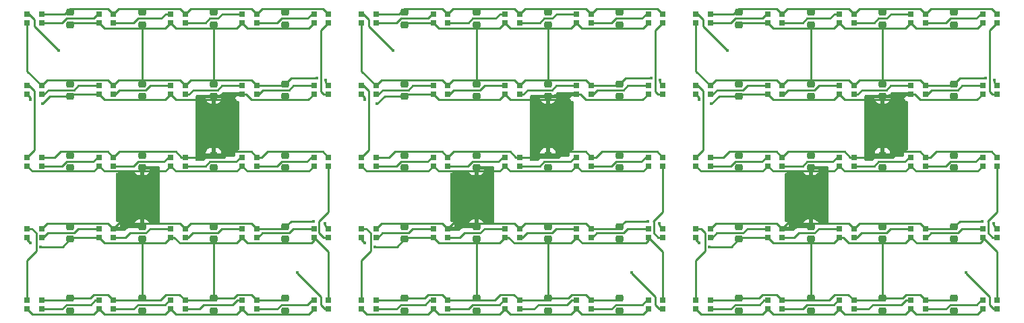
<source format=gbr>
%TF.GenerationSoftware,KiCad,Pcbnew,(6.0.0-0)*%
%TF.CreationDate,2022-10-21T10:58:34+11:00*%
%TF.ProjectId,cube_face_panel,63756265-5f66-4616-9365-5f70616e656c,rev?*%
%TF.SameCoordinates,Original*%
%TF.FileFunction,Copper,L1,Top*%
%TF.FilePolarity,Positive*%
%FSLAX46Y46*%
G04 Gerber Fmt 4.6, Leading zero omitted, Abs format (unit mm)*
G04 Created by KiCad (PCBNEW (6.0.0-0)) date 2022-10-21 10:58:34*
%MOMM*%
%LPD*%
G01*
G04 APERTURE LIST*
G04 Aperture macros list*
%AMRoundRect*
0 Rectangle with rounded corners*
0 $1 Rounding radius*
0 $2 $3 $4 $5 $6 $7 $8 $9 X,Y pos of 4 corners*
0 Add a 4 corners polygon primitive as box body*
4,1,4,$2,$3,$4,$5,$6,$7,$8,$9,$2,$3,0*
0 Add four circle primitives for the rounded corners*
1,1,$1+$1,$2,$3*
1,1,$1+$1,$4,$5*
1,1,$1+$1,$6,$7*
1,1,$1+$1,$8,$9*
0 Add four rect primitives between the rounded corners*
20,1,$1+$1,$2,$3,$4,$5,0*
20,1,$1+$1,$4,$5,$6,$7,0*
20,1,$1+$1,$6,$7,$8,$9,0*
20,1,$1+$1,$8,$9,$2,$3,0*%
G04 Aperture macros list end*
%TA.AperFunction,SMDPad,CuDef*%
%ADD10RoundRect,0.225000X0.250000X-0.225000X0.250000X0.225000X-0.250000X0.225000X-0.250000X-0.225000X0*%
%TD*%
%TA.AperFunction,SMDPad,CuDef*%
%ADD11RoundRect,0.225000X-0.250000X0.225000X-0.250000X-0.225000X0.250000X-0.225000X0.250000X0.225000X0*%
%TD*%
%TA.AperFunction,SMDPad,CuDef*%
%ADD12R,0.700000X0.700000*%
%TD*%
%TA.AperFunction,ViaPad*%
%ADD13C,0.400000*%
%TD*%
%TA.AperFunction,Conductor*%
%ADD14C,0.250000*%
%TD*%
G04 APERTURE END LIST*
D10*
%TO.P,C9,1*%
%TO.N,VDD*%
X111500000Y-75775000D03*
%TO.P,C9,2*%
%TO.N,GND*%
X111500000Y-74225000D03*
%TD*%
D11*
%TO.P,C35,1*%
%TO.N,VDD*%
X171500000Y-83225000D03*
%TO.P,C35,2*%
%TO.N,GND*%
X171500000Y-84775000D03*
%TD*%
D10*
%TO.P,C31,1*%
%TO.N,VDD*%
X171500000Y-75775000D03*
%TO.P,C31,2*%
%TO.N,GND*%
X171500000Y-74225000D03*
%TD*%
D11*
%TO.P,C16,1*%
%TO.N,VDD*%
X138500000Y-83225000D03*
%TO.P,C16,2*%
%TO.N,GND*%
X138500000Y-84775000D03*
%TD*%
%TO.P,C5,1*%
%TO.N,VDD*%
X111500000Y-65225000D03*
%TO.P,C5,2*%
%TO.N,GND*%
X111500000Y-66775000D03*
%TD*%
%TO.P,C47,1*%
%TO.N,VDD*%
X213500000Y-65225000D03*
%TO.P,C47,2*%
%TO.N,GND*%
X213500000Y-66775000D03*
%TD*%
D10*
%TO.P,C10,1*%
%TO.N,VDD*%
X120500000Y-75775000D03*
%TO.P,C10,2*%
%TO.N,GND*%
X120500000Y-74225000D03*
%TD*%
%TO.P,C37,1*%
%TO.N,VDD*%
X153500000Y-93775000D03*
%TO.P,C37,2*%
%TO.N,GND*%
X153500000Y-92225000D03*
%TD*%
%TO.P,C1,1*%
%TO.N,VDD*%
X111500000Y-57775000D03*
%TO.P,C1,2*%
%TO.N,GND*%
X111500000Y-56225000D03*
%TD*%
%TO.P,C57,1*%
%TO.N,VDD*%
X195500000Y-93775000D03*
%TO.P,C57,2*%
%TO.N,GND*%
X195500000Y-92225000D03*
%TD*%
D11*
%TO.P,C34,1*%
%TO.N,VDD*%
X162500000Y-83225000D03*
%TO.P,C34,2*%
%TO.N,GND*%
X162500000Y-84775000D03*
%TD*%
D10*
%TO.P,C21,1*%
%TO.N,VDD*%
X153500000Y-57775000D03*
%TO.P,C21,2*%
%TO.N,GND*%
X153500000Y-56225000D03*
%TD*%
%TO.P,C12,1*%
%TO.N,VDD*%
X138500000Y-75775000D03*
%TO.P,C12,2*%
%TO.N,GND*%
X138500000Y-74225000D03*
%TD*%
D11*
%TO.P,C14,1*%
%TO.N,VDD*%
X120500000Y-83225000D03*
%TO.P,C14,2*%
%TO.N,GND*%
X120500000Y-84775000D03*
%TD*%
D10*
%TO.P,C51,1*%
%TO.N,VDD*%
X213500000Y-75775000D03*
%TO.P,C51,2*%
%TO.N,GND*%
X213500000Y-74225000D03*
%TD*%
D11*
%TO.P,C25,1*%
%TO.N,VDD*%
X153500000Y-65225000D03*
%TO.P,C25,2*%
%TO.N,GND*%
X153500000Y-66775000D03*
%TD*%
D10*
%TO.P,C29,1*%
%TO.N,VDD*%
X153500000Y-75775000D03*
%TO.P,C29,2*%
%TO.N,GND*%
X153500000Y-74225000D03*
%TD*%
D11*
%TO.P,C56,1*%
%TO.N,VDD*%
X222500000Y-83225000D03*
%TO.P,C56,2*%
%TO.N,GND*%
X222500000Y-84775000D03*
%TD*%
%TO.P,C48,1*%
%TO.N,VDD*%
X222500000Y-65225000D03*
%TO.P,C48,2*%
%TO.N,GND*%
X222500000Y-66775000D03*
%TD*%
D10*
%TO.P,C59,1*%
%TO.N,VDD*%
X213500000Y-93775000D03*
%TO.P,C59,2*%
%TO.N,GND*%
X213500000Y-92225000D03*
%TD*%
D11*
%TO.P,C28,1*%
%TO.N,VDD*%
X180500000Y-65225000D03*
%TO.P,C28,2*%
%TO.N,GND*%
X180500000Y-66775000D03*
%TD*%
D10*
%TO.P,C3,1*%
%TO.N,VDD*%
X129500000Y-57775000D03*
%TO.P,C3,2*%
%TO.N,GND*%
X129500000Y-56225000D03*
%TD*%
%TO.P,C39,1*%
%TO.N,VDD*%
X171500000Y-93775000D03*
%TO.P,C39,2*%
%TO.N,GND*%
X171500000Y-92225000D03*
%TD*%
D11*
%TO.P,C26,1*%
%TO.N,VDD*%
X162500000Y-65225000D03*
%TO.P,C26,2*%
%TO.N,GND*%
X162500000Y-66775000D03*
%TD*%
D10*
%TO.P,C43,1*%
%TO.N,VDD*%
X213500000Y-57775000D03*
%TO.P,C43,2*%
%TO.N,GND*%
X213500000Y-56225000D03*
%TD*%
D11*
%TO.P,C36,1*%
%TO.N,VDD*%
X180500000Y-83225000D03*
%TO.P,C36,2*%
%TO.N,GND*%
X180500000Y-84775000D03*
%TD*%
%TO.P,C27,1*%
%TO.N,VDD*%
X171500000Y-65225000D03*
%TO.P,C27,2*%
%TO.N,GND*%
X171500000Y-66775000D03*
%TD*%
D10*
%TO.P,C32,1*%
%TO.N,VDD*%
X180500000Y-75775000D03*
%TO.P,C32,2*%
%TO.N,GND*%
X180500000Y-74225000D03*
%TD*%
D11*
%TO.P,C15,1*%
%TO.N,VDD*%
X129500000Y-83225000D03*
%TO.P,C15,2*%
%TO.N,GND*%
X129500000Y-84775000D03*
%TD*%
%TO.P,C8,1*%
%TO.N,VDD*%
X138500000Y-65225000D03*
%TO.P,C8,2*%
%TO.N,GND*%
X138500000Y-66775000D03*
%TD*%
D10*
%TO.P,C58,1*%
%TO.N,VDD*%
X204500000Y-93775000D03*
%TO.P,C58,2*%
%TO.N,GND*%
X204500000Y-92225000D03*
%TD*%
%TO.P,C2,1*%
%TO.N,VDD*%
X120500000Y-57775000D03*
%TO.P,C2,2*%
%TO.N,GND*%
X120500000Y-56225000D03*
%TD*%
%TO.P,C22,1*%
%TO.N,VDD*%
X162500000Y-57775000D03*
%TO.P,C22,2*%
%TO.N,GND*%
X162500000Y-56225000D03*
%TD*%
%TO.P,C17,1*%
%TO.N,VDD*%
X111500000Y-93775000D03*
%TO.P,C17,2*%
%TO.N,GND*%
X111500000Y-92225000D03*
%TD*%
D11*
%TO.P,C45,1*%
%TO.N,VDD*%
X195500000Y-65225000D03*
%TO.P,C45,2*%
%TO.N,GND*%
X195500000Y-66775000D03*
%TD*%
D10*
%TO.P,C19,1*%
%TO.N,VDD*%
X129500000Y-93775000D03*
%TO.P,C19,2*%
%TO.N,GND*%
X129500000Y-92225000D03*
%TD*%
D11*
%TO.P,C53,1*%
%TO.N,VDD*%
X195500000Y-83225000D03*
%TO.P,C53,2*%
%TO.N,GND*%
X195500000Y-84775000D03*
%TD*%
D10*
%TO.P,C4,1*%
%TO.N,VDD*%
X138500000Y-57775000D03*
%TO.P,C4,2*%
%TO.N,GND*%
X138500000Y-56225000D03*
%TD*%
%TO.P,C23,1*%
%TO.N,VDD*%
X171500000Y-57775000D03*
%TO.P,C23,2*%
%TO.N,GND*%
X171500000Y-56225000D03*
%TD*%
%TO.P,C60,1*%
%TO.N,VDD*%
X222500000Y-93775000D03*
%TO.P,C60,2*%
%TO.N,GND*%
X222500000Y-92225000D03*
%TD*%
D11*
%TO.P,C54,1*%
%TO.N,VDD*%
X204500000Y-83225000D03*
%TO.P,C54,2*%
%TO.N,GND*%
X204500000Y-84775000D03*
%TD*%
D10*
%TO.P,C20,1*%
%TO.N,VDD*%
X138500000Y-93775000D03*
%TO.P,C20,2*%
%TO.N,GND*%
X138500000Y-92225000D03*
%TD*%
%TO.P,C24,1*%
%TO.N,VDD*%
X180500000Y-57775000D03*
%TO.P,C24,2*%
%TO.N,GND*%
X180500000Y-56225000D03*
%TD*%
D11*
%TO.P,C33,1*%
%TO.N,VDD*%
X153500000Y-83225000D03*
%TO.P,C33,2*%
%TO.N,GND*%
X153500000Y-84775000D03*
%TD*%
%TO.P,C46,1*%
%TO.N,VDD*%
X204500000Y-65225000D03*
%TO.P,C46,2*%
%TO.N,GND*%
X204500000Y-66775000D03*
%TD*%
D10*
%TO.P,C41,1*%
%TO.N,VDD*%
X195500000Y-57775000D03*
%TO.P,C41,2*%
%TO.N,GND*%
X195500000Y-56225000D03*
%TD*%
%TO.P,C52,1*%
%TO.N,VDD*%
X222500000Y-75775000D03*
%TO.P,C52,2*%
%TO.N,GND*%
X222500000Y-74225000D03*
%TD*%
%TO.P,C38,1*%
%TO.N,VDD*%
X162500000Y-93775000D03*
%TO.P,C38,2*%
%TO.N,GND*%
X162500000Y-92225000D03*
%TD*%
%TO.P,C11,1*%
%TO.N,VDD*%
X129500000Y-75775000D03*
%TO.P,C11,2*%
%TO.N,GND*%
X129500000Y-74225000D03*
%TD*%
%TO.P,C44,1*%
%TO.N,VDD*%
X222500000Y-57775000D03*
%TO.P,C44,2*%
%TO.N,GND*%
X222500000Y-56225000D03*
%TD*%
D11*
%TO.P,C13,1*%
%TO.N,VDD*%
X111500000Y-83225000D03*
%TO.P,C13,2*%
%TO.N,GND*%
X111500000Y-84775000D03*
%TD*%
D10*
%TO.P,C42,1*%
%TO.N,VDD*%
X204500000Y-57775000D03*
%TO.P,C42,2*%
%TO.N,GND*%
X204500000Y-56225000D03*
%TD*%
D11*
%TO.P,C7,1*%
%TO.N,VDD*%
X129500000Y-65225000D03*
%TO.P,C7,2*%
%TO.N,GND*%
X129500000Y-66775000D03*
%TD*%
D10*
%TO.P,C30,1*%
%TO.N,VDD*%
X162500000Y-75775000D03*
%TO.P,C30,2*%
%TO.N,GND*%
X162500000Y-74225000D03*
%TD*%
D11*
%TO.P,C6,1*%
%TO.N,VDD*%
X120500000Y-65225000D03*
%TO.P,C6,2*%
%TO.N,GND*%
X120500000Y-66775000D03*
%TD*%
%TO.P,C55,1*%
%TO.N,VDD*%
X213500000Y-83225000D03*
%TO.P,C55,2*%
%TO.N,GND*%
X213500000Y-84775000D03*
%TD*%
D10*
%TO.P,C49,1*%
%TO.N,VDD*%
X195500000Y-75775000D03*
%TO.P,C49,2*%
%TO.N,GND*%
X195500000Y-74225000D03*
%TD*%
%TO.P,C18,1*%
%TO.N,VDD*%
X120500000Y-93775000D03*
%TO.P,C18,2*%
%TO.N,GND*%
X120500000Y-92225000D03*
%TD*%
%TO.P,C50,1*%
%TO.N,VDD*%
X204500000Y-75775000D03*
%TO.P,C50,2*%
%TO.N,GND*%
X204500000Y-74225000D03*
%TD*%
%TO.P,C40,1*%
%TO.N,VDD*%
X180500000Y-93775000D03*
%TO.P,C40,2*%
%TO.N,GND*%
X180500000Y-92225000D03*
%TD*%
D12*
%TO.P,D33,1,DOUT*%
%TO.N,Net-(D13-Pad3)*%
X158915000Y-75550000D03*
%TO.P,D33,2,GND*%
%TO.N,GND*%
X158915000Y-74450000D03*
%TO.P,D33,3,DIN*%
%TO.N,Net-(D3-Pad1)*%
X157085000Y-74450000D03*
%TO.P,D33,4,VDD*%
%TO.N,VDD*%
X157085000Y-75550000D03*
%TD*%
%TO.P,D38,1,DOUT*%
%TO.N,Net-(D13-Pad1)*%
X167915000Y-75550000D03*
%TO.P,D38,2,GND*%
%TO.N,GND*%
X167915000Y-74450000D03*
%TO.P,D38,3,DIN*%
%TO.N,Net-(D13-Pad3)*%
X166085000Y-74450000D03*
%TO.P,D38,4,VDD*%
%TO.N,VDD*%
X166085000Y-75550000D03*
%TD*%
%TO.P,D59,1,DOUT*%
%TO.N,Net-(D14-Pad3)*%
X217085000Y-83450000D03*
%TO.P,D59,2,GND*%
%TO.N,GND*%
X217085000Y-84550000D03*
%TO.P,D59,3,DIN*%
%TO.N,Net-(D4-Pad1)*%
X218915000Y-84550000D03*
%TO.P,D59,4,VDD*%
%TO.N,VDD*%
X218915000Y-83450000D03*
%TD*%
%TO.P,D67,1,DOUT*%
%TO.N,Net-(D17-Pad1)*%
X199085000Y-65450000D03*
%TO.P,D67,2,GND*%
%TO.N,GND*%
X199085000Y-66550000D03*
%TO.P,D67,3,DIN*%
%TO.N,Net-(D12-Pad1)*%
X200915000Y-66550000D03*
%TO.P,D67,4,VDD*%
%TO.N,VDD*%
X200915000Y-65450000D03*
%TD*%
%TO.P,D43,1,DOUT*%
%TO.N,Net-(D18-Pad1)*%
X176915000Y-75550000D03*
%TO.P,D43,2,GND*%
%TO.N,GND*%
X176915000Y-74450000D03*
%TO.P,D43,3,DIN*%
%TO.N,Net-(D13-Pad1)*%
X175085000Y-74450000D03*
%TO.P,D43,4,VDD*%
%TO.N,VDD*%
X175085000Y-75550000D03*
%TD*%
%TO.P,D51,1,DOUT*%
%TO.N,Net-(D1-Pad1)*%
X191915000Y-57550000D03*
%TO.P,D51,2,GND*%
%TO.N,GND*%
X191915000Y-56450000D03*
%TO.P,D51,3,DIN*%
%TO.N,/DIN*%
X190085000Y-56450000D03*
%TO.P,D51,4,VDD*%
%TO.N,VDD*%
X190085000Y-57550000D03*
%TD*%
%TO.P,D75,1,DOUT*%
%TO.N,/DOUT*%
X227915000Y-93550000D03*
%TO.P,D75,2,GND*%
%TO.N,GND*%
X227915000Y-92450000D03*
%TO.P,D75,3,DIN*%
%TO.N,Net-(D20-Pad1)*%
X226085000Y-92450000D03*
%TO.P,D75,4,VDD*%
%TO.N,VDD*%
X226085000Y-93550000D03*
%TD*%
%TO.P,D50,1,DOUT*%
%TO.N,/DOUT*%
X185915000Y-93550000D03*
%TO.P,D50,2,GND*%
%TO.N,GND*%
X185915000Y-92450000D03*
%TO.P,D50,3,DIN*%
%TO.N,Net-(D20-Pad1)*%
X184085000Y-92450000D03*
%TO.P,D50,4,VDD*%
%TO.N,VDD*%
X184085000Y-93550000D03*
%TD*%
%TO.P,D74,1,DOUT*%
%TO.N,/DOUT_R4*%
X190085000Y-83450000D03*
%TO.P,D74,2,GND*%
%TO.N,GND*%
X190085000Y-84550000D03*
%TO.P,D74,3,DIN*%
%TO.N,Net-(D19-Pad1)*%
X191915000Y-84550000D03*
%TO.P,D74,4,VDD*%
%TO.N,VDD*%
X191915000Y-83450000D03*
%TD*%
%TO.P,D10,1,DOUT*%
%TO.N,Net-(D10-Pad1)*%
X116915000Y-93550000D03*
%TO.P,D10,2,GND*%
%TO.N,GND*%
X116915000Y-92450000D03*
%TO.P,D10,3,DIN*%
%TO.N,Net-(D10-Pad3)*%
X115085000Y-92450000D03*
%TO.P,D10,4,VDD*%
%TO.N,VDD*%
X115085000Y-93550000D03*
%TD*%
%TO.P,D31,1,DOUT*%
%TO.N,Net-(D11-Pad3)*%
X158915000Y-57550000D03*
%TO.P,D31,2,GND*%
%TO.N,GND*%
X158915000Y-56450000D03*
%TO.P,D31,3,DIN*%
%TO.N,Net-(D1-Pad1)*%
X157085000Y-56450000D03*
%TO.P,D31,4,VDD*%
%TO.N,VDD*%
X157085000Y-57550000D03*
%TD*%
%TO.P,D45,1,DOUT*%
%TO.N,Net-(D20-Pad1)*%
X176915000Y-93550000D03*
%TO.P,D45,2,GND*%
%TO.N,GND*%
X176915000Y-92450000D03*
%TO.P,D45,3,DIN*%
%TO.N,Net-(D15-Pad1)*%
X175085000Y-92450000D03*
%TO.P,D45,4,VDD*%
%TO.N,VDD*%
X175085000Y-93550000D03*
%TD*%
%TO.P,D13,1,DOUT*%
%TO.N,Net-(D13-Pad1)*%
X125915000Y-75550000D03*
%TO.P,D13,2,GND*%
%TO.N,GND*%
X125915000Y-74450000D03*
%TO.P,D13,3,DIN*%
%TO.N,Net-(D13-Pad3)*%
X124085000Y-74450000D03*
%TO.P,D13,4,VDD*%
%TO.N,VDD*%
X124085000Y-75550000D03*
%TD*%
%TO.P,D2,1,DOUT*%
%TO.N,Net-(D2-Pad1)*%
X142085000Y-65450000D03*
%TO.P,D2,2,GND*%
%TO.N,GND*%
X142085000Y-66550000D03*
%TO.P,D2,3,DIN*%
%TO.N,/DOUT_R1*%
X143915000Y-66550000D03*
%TO.P,D2,4,VDD*%
%TO.N,VDD*%
X143915000Y-65450000D03*
%TD*%
%TO.P,D30,1,DOUT*%
%TO.N,Net-(D10-Pad3)*%
X149915000Y-93550000D03*
%TO.P,D30,2,GND*%
%TO.N,GND*%
X149915000Y-92450000D03*
%TO.P,D30,3,DIN*%
%TO.N,/DOUT_R4*%
X148085000Y-92450000D03*
%TO.P,D30,4,VDD*%
%TO.N,VDD*%
X148085000Y-93550000D03*
%TD*%
%TO.P,D15,1,DOUT*%
%TO.N,Net-(D15-Pad1)*%
X125915000Y-93550000D03*
%TO.P,D15,2,GND*%
%TO.N,GND*%
X125915000Y-92450000D03*
%TO.P,D15,3,DIN*%
%TO.N,Net-(D10-Pad1)*%
X124085000Y-92450000D03*
%TO.P,D15,4,VDD*%
%TO.N,VDD*%
X124085000Y-93550000D03*
%TD*%
%TO.P,D18,1,DOUT*%
%TO.N,Net-(D18-Pad1)*%
X134915000Y-75550000D03*
%TO.P,D18,2,GND*%
%TO.N,GND*%
X134915000Y-74450000D03*
%TO.P,D18,3,DIN*%
%TO.N,Net-(D13-Pad1)*%
X133085000Y-74450000D03*
%TO.P,D18,4,VDD*%
%TO.N,VDD*%
X133085000Y-75550000D03*
%TD*%
%TO.P,D57,1,DOUT*%
%TO.N,Net-(D12-Pad3)*%
X217085000Y-65450000D03*
%TO.P,D57,2,GND*%
%TO.N,GND*%
X217085000Y-66550000D03*
%TO.P,D57,3,DIN*%
%TO.N,Net-(D2-Pad1)*%
X218915000Y-66550000D03*
%TO.P,D57,4,VDD*%
%TO.N,VDD*%
X218915000Y-65450000D03*
%TD*%
%TO.P,D52,1,DOUT*%
%TO.N,Net-(D2-Pad1)*%
X226085000Y-65450000D03*
%TO.P,D52,2,GND*%
%TO.N,GND*%
X226085000Y-66550000D03*
%TO.P,D52,3,DIN*%
%TO.N,/DOUT_R1*%
X227915000Y-66550000D03*
%TO.P,D52,4,VDD*%
%TO.N,VDD*%
X227915000Y-65450000D03*
%TD*%
%TO.P,D16,1,DOUT*%
%TO.N,Net-(D16-Pad1)*%
X134915000Y-57550000D03*
%TO.P,D16,2,GND*%
%TO.N,GND*%
X134915000Y-56450000D03*
%TO.P,D16,3,DIN*%
%TO.N,Net-(D11-Pad1)*%
X133085000Y-56450000D03*
%TO.P,D16,4,VDD*%
%TO.N,VDD*%
X133085000Y-57550000D03*
%TD*%
%TO.P,D48,1,DOUT*%
%TO.N,/DOUT_R3*%
X185915000Y-75550000D03*
%TO.P,D48,2,GND*%
%TO.N,GND*%
X185915000Y-74450000D03*
%TO.P,D48,3,DIN*%
%TO.N,Net-(D18-Pad1)*%
X184085000Y-74450000D03*
%TO.P,D48,4,VDD*%
%TO.N,VDD*%
X184085000Y-75550000D03*
%TD*%
%TO.P,D14,1,DOUT*%
%TO.N,Net-(D14-Pad1)*%
X124085000Y-83450000D03*
%TO.P,D14,2,GND*%
%TO.N,GND*%
X124085000Y-84550000D03*
%TO.P,D14,3,DIN*%
%TO.N,Net-(D14-Pad3)*%
X125915000Y-84550000D03*
%TO.P,D14,4,VDD*%
%TO.N,VDD*%
X125915000Y-83450000D03*
%TD*%
%TO.P,D9,1,DOUT*%
%TO.N,Net-(D14-Pad3)*%
X133085000Y-83450000D03*
%TO.P,D9,2,GND*%
%TO.N,GND*%
X133085000Y-84550000D03*
%TO.P,D9,3,DIN*%
%TO.N,Net-(D4-Pad1)*%
X134915000Y-84550000D03*
%TO.P,D9,4,VDD*%
%TO.N,VDD*%
X134915000Y-83450000D03*
%TD*%
%TO.P,D28,1,DOUT*%
%TO.N,Net-(D3-Pad1)*%
X149915000Y-75550000D03*
%TO.P,D28,2,GND*%
%TO.N,GND*%
X149915000Y-74450000D03*
%TO.P,D28,3,DIN*%
%TO.N,/DOUT_R2*%
X148085000Y-74450000D03*
%TO.P,D28,4,VDD*%
%TO.N,VDD*%
X148085000Y-75550000D03*
%TD*%
%TO.P,D3,1,DOUT*%
%TO.N,Net-(D3-Pad1)*%
X107915000Y-75550000D03*
%TO.P,D3,2,GND*%
%TO.N,GND*%
X107915000Y-74450000D03*
%TO.P,D3,3,DIN*%
%TO.N,/DOUT_R2*%
X106085000Y-74450000D03*
%TO.P,D3,4,VDD*%
%TO.N,VDD*%
X106085000Y-75550000D03*
%TD*%
%TO.P,D37,1,DOUT*%
%TO.N,Net-(D12-Pad1)*%
X166085000Y-65450000D03*
%TO.P,D37,2,GND*%
%TO.N,GND*%
X166085000Y-66550000D03*
%TO.P,D37,3,DIN*%
%TO.N,Net-(D12-Pad3)*%
X167915000Y-66550000D03*
%TO.P,D37,4,VDD*%
%TO.N,VDD*%
X167915000Y-65450000D03*
%TD*%
%TO.P,D21,1,DOUT*%
%TO.N,/DOUT_R1*%
X143915000Y-57550000D03*
%TO.P,D21,2,GND*%
%TO.N,GND*%
X143915000Y-56450000D03*
%TO.P,D21,3,DIN*%
%TO.N,Net-(D16-Pad1)*%
X142085000Y-56450000D03*
%TO.P,D21,4,VDD*%
%TO.N,VDD*%
X142085000Y-57550000D03*
%TD*%
%TO.P,D55,1,DOUT*%
%TO.N,Net-(D10-Pad3)*%
X191915000Y-93550000D03*
%TO.P,D55,2,GND*%
%TO.N,GND*%
X191915000Y-92450000D03*
%TO.P,D55,3,DIN*%
%TO.N,/DOUT_R4*%
X190085000Y-92450000D03*
%TO.P,D55,4,VDD*%
%TO.N,VDD*%
X190085000Y-93550000D03*
%TD*%
%TO.P,D6,1,DOUT*%
%TO.N,Net-(D11-Pad3)*%
X116915000Y-57550000D03*
%TO.P,D6,2,GND*%
%TO.N,GND*%
X116915000Y-56450000D03*
%TO.P,D6,3,DIN*%
%TO.N,Net-(D1-Pad1)*%
X115085000Y-56450000D03*
%TO.P,D6,4,VDD*%
%TO.N,VDD*%
X115085000Y-57550000D03*
%TD*%
%TO.P,D35,1,DOUT*%
%TO.N,Net-(D10-Pad1)*%
X158915000Y-93550000D03*
%TO.P,D35,2,GND*%
%TO.N,GND*%
X158915000Y-92450000D03*
%TO.P,D35,3,DIN*%
%TO.N,Net-(D10-Pad3)*%
X157085000Y-92450000D03*
%TO.P,D35,4,VDD*%
%TO.N,VDD*%
X157085000Y-93550000D03*
%TD*%
%TO.P,D54,1,DOUT*%
%TO.N,Net-(D4-Pad1)*%
X226085000Y-83450000D03*
%TO.P,D54,2,GND*%
%TO.N,GND*%
X226085000Y-84550000D03*
%TO.P,D54,3,DIN*%
%TO.N,/DOUT_R3*%
X227915000Y-84550000D03*
%TO.P,D54,4,VDD*%
%TO.N,VDD*%
X227915000Y-83450000D03*
%TD*%
%TO.P,D44,1,DOUT*%
%TO.N,Net-(D19-Pad1)*%
X157085000Y-83450000D03*
%TO.P,D44,2,GND*%
%TO.N,GND*%
X157085000Y-84550000D03*
%TO.P,D44,3,DIN*%
%TO.N,Net-(D14-Pad1)*%
X158915000Y-84550000D03*
%TO.P,D44,4,VDD*%
%TO.N,VDD*%
X158915000Y-83450000D03*
%TD*%
%TO.P,D27,1,DOUT*%
%TO.N,Net-(D2-Pad1)*%
X184085000Y-65450000D03*
%TO.P,D27,2,GND*%
%TO.N,GND*%
X184085000Y-66550000D03*
%TO.P,D27,3,DIN*%
%TO.N,/DOUT_R1*%
X185915000Y-66550000D03*
%TO.P,D27,4,VDD*%
%TO.N,VDD*%
X185915000Y-65450000D03*
%TD*%
%TO.P,D12,1,DOUT*%
%TO.N,Net-(D12-Pad1)*%
X124085000Y-65450000D03*
%TO.P,D12,2,GND*%
%TO.N,GND*%
X124085000Y-66550000D03*
%TO.P,D12,3,DIN*%
%TO.N,Net-(D12-Pad3)*%
X125915000Y-66550000D03*
%TO.P,D12,4,VDD*%
%TO.N,VDD*%
X125915000Y-65450000D03*
%TD*%
%TO.P,D40,1,DOUT*%
%TO.N,Net-(D15-Pad1)*%
X167915000Y-93550000D03*
%TO.P,D40,2,GND*%
%TO.N,GND*%
X167915000Y-92450000D03*
%TO.P,D40,3,DIN*%
%TO.N,Net-(D10-Pad1)*%
X166085000Y-92450000D03*
%TO.P,D40,4,VDD*%
%TO.N,VDD*%
X166085000Y-93550000D03*
%TD*%
%TO.P,D23,1,DOUT*%
%TO.N,/DOUT_R3*%
X143915000Y-75550000D03*
%TO.P,D23,2,GND*%
%TO.N,GND*%
X143915000Y-74450000D03*
%TO.P,D23,3,DIN*%
%TO.N,Net-(D18-Pad1)*%
X142085000Y-74450000D03*
%TO.P,D23,4,VDD*%
%TO.N,VDD*%
X142085000Y-75550000D03*
%TD*%
%TO.P,D58,1,DOUT*%
%TO.N,Net-(D13-Pad3)*%
X200915000Y-75550000D03*
%TO.P,D58,2,GND*%
%TO.N,GND*%
X200915000Y-74450000D03*
%TO.P,D58,3,DIN*%
%TO.N,Net-(D3-Pad1)*%
X199085000Y-74450000D03*
%TO.P,D58,4,VDD*%
%TO.N,VDD*%
X199085000Y-75550000D03*
%TD*%
%TO.P,D7,1,DOUT*%
%TO.N,Net-(D12-Pad3)*%
X133085000Y-65450000D03*
%TO.P,D7,2,GND*%
%TO.N,GND*%
X133085000Y-66550000D03*
%TO.P,D7,3,DIN*%
%TO.N,Net-(D2-Pad1)*%
X134915000Y-66550000D03*
%TO.P,D7,4,VDD*%
%TO.N,VDD*%
X134915000Y-65450000D03*
%TD*%
%TO.P,D41,1,DOUT*%
%TO.N,Net-(D16-Pad1)*%
X176915000Y-57550000D03*
%TO.P,D41,2,GND*%
%TO.N,GND*%
X176915000Y-56450000D03*
%TO.P,D41,3,DIN*%
%TO.N,Net-(D11-Pad1)*%
X175085000Y-56450000D03*
%TO.P,D41,4,VDD*%
%TO.N,VDD*%
X175085000Y-57550000D03*
%TD*%
%TO.P,D32,1,DOUT*%
%TO.N,Net-(D12-Pad3)*%
X175085000Y-65450000D03*
%TO.P,D32,2,GND*%
%TO.N,GND*%
X175085000Y-66550000D03*
%TO.P,D32,3,DIN*%
%TO.N,Net-(D2-Pad1)*%
X176915000Y-66550000D03*
%TO.P,D32,4,VDD*%
%TO.N,VDD*%
X176915000Y-65450000D03*
%TD*%
%TO.P,D39,1,DOUT*%
%TO.N,Net-(D14-Pad1)*%
X166085000Y-83450000D03*
%TO.P,D39,2,GND*%
%TO.N,GND*%
X166085000Y-84550000D03*
%TO.P,D39,3,DIN*%
%TO.N,Net-(D14-Pad3)*%
X167915000Y-84550000D03*
%TO.P,D39,4,VDD*%
%TO.N,VDD*%
X167915000Y-83450000D03*
%TD*%
%TO.P,D66,1,DOUT*%
%TO.N,Net-(D16-Pad1)*%
X218915000Y-57550000D03*
%TO.P,D66,2,GND*%
%TO.N,GND*%
X218915000Y-56450000D03*
%TO.P,D66,3,DIN*%
%TO.N,Net-(D11-Pad1)*%
X217085000Y-56450000D03*
%TO.P,D66,4,VDD*%
%TO.N,VDD*%
X217085000Y-57550000D03*
%TD*%
%TO.P,D70,1,DOUT*%
%TO.N,Net-(D20-Pad1)*%
X218915000Y-93550000D03*
%TO.P,D70,2,GND*%
%TO.N,GND*%
X218915000Y-92450000D03*
%TO.P,D70,3,DIN*%
%TO.N,Net-(D15-Pad1)*%
X217085000Y-92450000D03*
%TO.P,D70,4,VDD*%
%TO.N,VDD*%
X217085000Y-93550000D03*
%TD*%
%TO.P,D17,1,DOUT*%
%TO.N,Net-(D17-Pad1)*%
X115085000Y-65450000D03*
%TO.P,D17,2,GND*%
%TO.N,GND*%
X115085000Y-66550000D03*
%TO.P,D17,3,DIN*%
%TO.N,Net-(D12-Pad1)*%
X116915000Y-66550000D03*
%TO.P,D17,4,VDD*%
%TO.N,VDD*%
X116915000Y-65450000D03*
%TD*%
%TO.P,D60,1,DOUT*%
%TO.N,Net-(D10-Pad1)*%
X200915000Y-93550000D03*
%TO.P,D60,2,GND*%
%TO.N,GND*%
X200915000Y-92450000D03*
%TO.P,D60,3,DIN*%
%TO.N,Net-(D10-Pad3)*%
X199085000Y-92450000D03*
%TO.P,D60,4,VDD*%
%TO.N,VDD*%
X199085000Y-93550000D03*
%TD*%
%TO.P,D24,1,DOUT*%
%TO.N,/DOUT_R4*%
X106085000Y-83450000D03*
%TO.P,D24,2,GND*%
%TO.N,GND*%
X106085000Y-84550000D03*
%TO.P,D24,3,DIN*%
%TO.N,Net-(D19-Pad1)*%
X107915000Y-84550000D03*
%TO.P,D24,4,VDD*%
%TO.N,VDD*%
X107915000Y-83450000D03*
%TD*%
%TO.P,D1,1,DOUT*%
%TO.N,Net-(D1-Pad1)*%
X107915000Y-57550000D03*
%TO.P,D1,2,GND*%
%TO.N,GND*%
X107915000Y-56450000D03*
%TO.P,D1,3,DIN*%
%TO.N,/DIN*%
X106085000Y-56450000D03*
%TO.P,D1,4,VDD*%
%TO.N,VDD*%
X106085000Y-57550000D03*
%TD*%
%TO.P,D29,1,DOUT*%
%TO.N,Net-(D4-Pad1)*%
X184085000Y-83450000D03*
%TO.P,D29,2,GND*%
%TO.N,GND*%
X184085000Y-84550000D03*
%TO.P,D29,3,DIN*%
%TO.N,/DOUT_R3*%
X185915000Y-84550000D03*
%TO.P,D29,4,VDD*%
%TO.N,VDD*%
X185915000Y-83450000D03*
%TD*%
%TO.P,D49,1,DOUT*%
%TO.N,/DOUT_R4*%
X148085000Y-83450000D03*
%TO.P,D49,2,GND*%
%TO.N,GND*%
X148085000Y-84550000D03*
%TO.P,D49,3,DIN*%
%TO.N,Net-(D19-Pad1)*%
X149915000Y-84550000D03*
%TO.P,D49,4,VDD*%
%TO.N,VDD*%
X149915000Y-83450000D03*
%TD*%
%TO.P,D53,1,DOUT*%
%TO.N,Net-(D3-Pad1)*%
X191915000Y-75550000D03*
%TO.P,D53,2,GND*%
%TO.N,GND*%
X191915000Y-74450000D03*
%TO.P,D53,3,DIN*%
%TO.N,/DOUT_R2*%
X190085000Y-74450000D03*
%TO.P,D53,4,VDD*%
%TO.N,VDD*%
X190085000Y-75550000D03*
%TD*%
%TO.P,D20,1,DOUT*%
%TO.N,Net-(D20-Pad1)*%
X134915000Y-93550000D03*
%TO.P,D20,2,GND*%
%TO.N,GND*%
X134915000Y-92450000D03*
%TO.P,D20,3,DIN*%
%TO.N,Net-(D15-Pad1)*%
X133085000Y-92450000D03*
%TO.P,D20,4,VDD*%
%TO.N,VDD*%
X133085000Y-93550000D03*
%TD*%
%TO.P,D26,1,DOUT*%
%TO.N,Net-(D1-Pad1)*%
X149915000Y-57550000D03*
%TO.P,D26,2,GND*%
%TO.N,GND*%
X149915000Y-56450000D03*
%TO.P,D26,3,DIN*%
%TO.N,/DIN*%
X148085000Y-56450000D03*
%TO.P,D26,4,VDD*%
%TO.N,VDD*%
X148085000Y-57550000D03*
%TD*%
%TO.P,D56,1,DOUT*%
%TO.N,Net-(D11-Pad3)*%
X200915000Y-57550000D03*
%TO.P,D56,2,GND*%
%TO.N,GND*%
X200915000Y-56450000D03*
%TO.P,D56,3,DIN*%
%TO.N,Net-(D1-Pad1)*%
X199085000Y-56450000D03*
%TO.P,D56,4,VDD*%
%TO.N,VDD*%
X199085000Y-57550000D03*
%TD*%
%TO.P,D69,1,DOUT*%
%TO.N,Net-(D19-Pad1)*%
X199085000Y-83450000D03*
%TO.P,D69,2,GND*%
%TO.N,GND*%
X199085000Y-84550000D03*
%TO.P,D69,3,DIN*%
%TO.N,Net-(D14-Pad1)*%
X200915000Y-84550000D03*
%TO.P,D69,4,VDD*%
%TO.N,VDD*%
X200915000Y-83450000D03*
%TD*%
%TO.P,D61,1,DOUT*%
%TO.N,Net-(D11-Pad1)*%
X209915000Y-57550000D03*
%TO.P,D61,2,GND*%
%TO.N,GND*%
X209915000Y-56450000D03*
%TO.P,D61,3,DIN*%
%TO.N,Net-(D11-Pad3)*%
X208085000Y-56450000D03*
%TO.P,D61,4,VDD*%
%TO.N,VDD*%
X208085000Y-57550000D03*
%TD*%
%TO.P,D62,1,DOUT*%
%TO.N,Net-(D12-Pad1)*%
X208085000Y-65450000D03*
%TO.P,D62,2,GND*%
%TO.N,GND*%
X208085000Y-66550000D03*
%TO.P,D62,3,DIN*%
%TO.N,Net-(D12-Pad3)*%
X209915000Y-66550000D03*
%TO.P,D62,4,VDD*%
%TO.N,VDD*%
X209915000Y-65450000D03*
%TD*%
%TO.P,D25,1,DOUT*%
%TO.N,/DOUT*%
X143915000Y-93550000D03*
%TO.P,D25,2,GND*%
%TO.N,GND*%
X143915000Y-92450000D03*
%TO.P,D25,3,DIN*%
%TO.N,Net-(D20-Pad1)*%
X142085000Y-92450000D03*
%TO.P,D25,4,VDD*%
%TO.N,VDD*%
X142085000Y-93550000D03*
%TD*%
%TO.P,D63,1,DOUT*%
%TO.N,Net-(D13-Pad1)*%
X209915000Y-75550000D03*
%TO.P,D63,2,GND*%
%TO.N,GND*%
X209915000Y-74450000D03*
%TO.P,D63,3,DIN*%
%TO.N,Net-(D13-Pad3)*%
X208085000Y-74450000D03*
%TO.P,D63,4,VDD*%
%TO.N,VDD*%
X208085000Y-75550000D03*
%TD*%
%TO.P,D8,1,DOUT*%
%TO.N,Net-(D13-Pad3)*%
X116915000Y-75550000D03*
%TO.P,D8,2,GND*%
%TO.N,GND*%
X116915000Y-74450000D03*
%TO.P,D8,3,DIN*%
%TO.N,Net-(D3-Pad1)*%
X115085000Y-74450000D03*
%TO.P,D8,4,VDD*%
%TO.N,VDD*%
X115085000Y-75550000D03*
%TD*%
%TO.P,D5,1,DOUT*%
%TO.N,Net-(D10-Pad3)*%
X107915000Y-93550000D03*
%TO.P,D5,2,GND*%
%TO.N,GND*%
X107915000Y-92450000D03*
%TO.P,D5,3,DIN*%
%TO.N,/DOUT_R4*%
X106085000Y-92450000D03*
%TO.P,D5,4,VDD*%
%TO.N,VDD*%
X106085000Y-93550000D03*
%TD*%
%TO.P,D64,1,DOUT*%
%TO.N,Net-(D14-Pad1)*%
X208085000Y-83450000D03*
%TO.P,D64,2,GND*%
%TO.N,GND*%
X208085000Y-84550000D03*
%TO.P,D64,3,DIN*%
%TO.N,Net-(D14-Pad3)*%
X209915000Y-84550000D03*
%TO.P,D64,4,VDD*%
%TO.N,VDD*%
X209915000Y-83450000D03*
%TD*%
%TO.P,D11,1,DOUT*%
%TO.N,Net-(D11-Pad1)*%
X125915000Y-57550000D03*
%TO.P,D11,2,GND*%
%TO.N,GND*%
X125915000Y-56450000D03*
%TO.P,D11,3,DIN*%
%TO.N,Net-(D11-Pad3)*%
X124085000Y-56450000D03*
%TO.P,D11,4,VDD*%
%TO.N,VDD*%
X124085000Y-57550000D03*
%TD*%
%TO.P,D19,1,DOUT*%
%TO.N,Net-(D19-Pad1)*%
X115085000Y-83450000D03*
%TO.P,D19,2,GND*%
%TO.N,GND*%
X115085000Y-84550000D03*
%TO.P,D19,3,DIN*%
%TO.N,Net-(D14-Pad1)*%
X116915000Y-84550000D03*
%TO.P,D19,4,VDD*%
%TO.N,VDD*%
X116915000Y-83450000D03*
%TD*%
%TO.P,D22,1,DOUT*%
%TO.N,/DOUT_R2*%
X106085000Y-65450000D03*
%TO.P,D22,2,GND*%
%TO.N,GND*%
X106085000Y-66550000D03*
%TO.P,D22,3,DIN*%
%TO.N,Net-(D17-Pad1)*%
X107915000Y-66550000D03*
%TO.P,D22,4,VDD*%
%TO.N,VDD*%
X107915000Y-65450000D03*
%TD*%
%TO.P,D73,1,DOUT*%
%TO.N,/DOUT_R3*%
X227915000Y-75550000D03*
%TO.P,D73,2,GND*%
%TO.N,GND*%
X227915000Y-74450000D03*
%TO.P,D73,3,DIN*%
%TO.N,Net-(D18-Pad1)*%
X226085000Y-74450000D03*
%TO.P,D73,4,VDD*%
%TO.N,VDD*%
X226085000Y-75550000D03*
%TD*%
%TO.P,D46,1,DOUT*%
%TO.N,/DOUT_R1*%
X185915000Y-57550000D03*
%TO.P,D46,2,GND*%
%TO.N,GND*%
X185915000Y-56450000D03*
%TO.P,D46,3,DIN*%
%TO.N,Net-(D16-Pad1)*%
X184085000Y-56450000D03*
%TO.P,D46,4,VDD*%
%TO.N,VDD*%
X184085000Y-57550000D03*
%TD*%
%TO.P,D4,1,DOUT*%
%TO.N,Net-(D4-Pad1)*%
X142085000Y-83450000D03*
%TO.P,D4,2,GND*%
%TO.N,GND*%
X142085000Y-84550000D03*
%TO.P,D4,3,DIN*%
%TO.N,/DOUT_R3*%
X143915000Y-84550000D03*
%TO.P,D4,4,VDD*%
%TO.N,VDD*%
X143915000Y-83450000D03*
%TD*%
%TO.P,D68,1,DOUT*%
%TO.N,Net-(D18-Pad1)*%
X218915000Y-75550000D03*
%TO.P,D68,2,GND*%
%TO.N,GND*%
X218915000Y-74450000D03*
%TO.P,D68,3,DIN*%
%TO.N,Net-(D13-Pad1)*%
X217085000Y-74450000D03*
%TO.P,D68,4,VDD*%
%TO.N,VDD*%
X217085000Y-75550000D03*
%TD*%
%TO.P,D36,1,DOUT*%
%TO.N,Net-(D11-Pad1)*%
X167915000Y-57550000D03*
%TO.P,D36,2,GND*%
%TO.N,GND*%
X167915000Y-56450000D03*
%TO.P,D36,3,DIN*%
%TO.N,Net-(D11-Pad3)*%
X166085000Y-56450000D03*
%TO.P,D36,4,VDD*%
%TO.N,VDD*%
X166085000Y-57550000D03*
%TD*%
%TO.P,D71,1,DOUT*%
%TO.N,/DOUT_R1*%
X227915000Y-57550000D03*
%TO.P,D71,2,GND*%
%TO.N,GND*%
X227915000Y-56450000D03*
%TO.P,D71,3,DIN*%
%TO.N,Net-(D16-Pad1)*%
X226085000Y-56450000D03*
%TO.P,D71,4,VDD*%
%TO.N,VDD*%
X226085000Y-57550000D03*
%TD*%
%TO.P,D65,1,DOUT*%
%TO.N,Net-(D15-Pad1)*%
X209915000Y-93550000D03*
%TO.P,D65,2,GND*%
%TO.N,GND*%
X209915000Y-92450000D03*
%TO.P,D65,3,DIN*%
%TO.N,Net-(D10-Pad1)*%
X208085000Y-92450000D03*
%TO.P,D65,4,VDD*%
%TO.N,VDD*%
X208085000Y-93550000D03*
%TD*%
%TO.P,D34,1,DOUT*%
%TO.N,Net-(D14-Pad3)*%
X175085000Y-83450000D03*
%TO.P,D34,2,GND*%
%TO.N,GND*%
X175085000Y-84550000D03*
%TO.P,D34,3,DIN*%
%TO.N,Net-(D4-Pad1)*%
X176915000Y-84550000D03*
%TO.P,D34,4,VDD*%
%TO.N,VDD*%
X176915000Y-83450000D03*
%TD*%
%TO.P,D72,1,DOUT*%
%TO.N,/DOUT_R2*%
X190085000Y-65450000D03*
%TO.P,D72,2,GND*%
%TO.N,GND*%
X190085000Y-66550000D03*
%TO.P,D72,3,DIN*%
%TO.N,Net-(D17-Pad1)*%
X191915000Y-66550000D03*
%TO.P,D72,4,VDD*%
%TO.N,VDD*%
X191915000Y-65450000D03*
%TD*%
%TO.P,D47,1,DOUT*%
%TO.N,/DOUT_R2*%
X148085000Y-65450000D03*
%TO.P,D47,2,GND*%
%TO.N,GND*%
X148085000Y-66550000D03*
%TO.P,D47,3,DIN*%
%TO.N,Net-(D17-Pad1)*%
X149915000Y-66550000D03*
%TO.P,D47,4,VDD*%
%TO.N,VDD*%
X149915000Y-65450000D03*
%TD*%
%TO.P,D42,1,DOUT*%
%TO.N,Net-(D17-Pad1)*%
X157085000Y-65450000D03*
%TO.P,D42,2,GND*%
%TO.N,GND*%
X157085000Y-66550000D03*
%TO.P,D42,3,DIN*%
%TO.N,Net-(D12-Pad1)*%
X158915000Y-66550000D03*
%TO.P,D42,4,VDD*%
%TO.N,VDD*%
X158915000Y-65450000D03*
%TD*%
D13*
%TO.N,GND*%
X212250000Y-70750000D03*
X172000000Y-72500000D03*
X213500000Y-84775000D03*
X107764989Y-85750000D03*
X106475500Y-67250000D03*
X148475500Y-67250000D03*
X190475500Y-67250000D03*
X171500000Y-84775000D03*
X129500000Y-56225000D03*
X108000000Y-67750000D03*
X192000000Y-67750000D03*
X106500000Y-85250000D03*
X148500000Y-85250000D03*
X130000000Y-70750000D03*
X172000000Y-70750000D03*
X215750000Y-72500000D03*
X214000000Y-70750000D03*
X150000000Y-67750000D03*
X212250000Y-72500000D03*
X149764989Y-85750000D03*
X128250000Y-72500000D03*
X190500000Y-85250000D03*
X215750000Y-70750000D03*
X131750000Y-70750000D03*
X213500000Y-56225000D03*
X128250000Y-70750000D03*
X171500000Y-56225000D03*
X129500000Y-84775000D03*
X170250000Y-72500000D03*
X130000000Y-72500000D03*
X173750000Y-70750000D03*
X170250000Y-70750000D03*
X214000000Y-72500000D03*
X191764989Y-85750000D03*
X173750000Y-72500000D03*
X131750000Y-72500000D03*
%TO.N,/DIN*%
X152000000Y-61000000D03*
X110000000Y-61000000D03*
X194000000Y-61000000D03*
%TO.N,VDD*%
X120500000Y-65225000D03*
X120000000Y-79250000D03*
X162000000Y-79250000D03*
X162500000Y-93775000D03*
X163750000Y-77500000D03*
X227500000Y-82750000D03*
X204500000Y-93775000D03*
X142475500Y-64500000D03*
X202250000Y-79250000D03*
X226475500Y-64500000D03*
X202250000Y-77500000D03*
X185524500Y-64750000D03*
X143524500Y-64750000D03*
X227524500Y-64750000D03*
X184000000Y-82500000D03*
X204500000Y-65225000D03*
X162000000Y-77500000D03*
X185500000Y-82750000D03*
X120000000Y-77500000D03*
X118250000Y-79250000D03*
X204000000Y-79250000D03*
X143500000Y-82750000D03*
X184475500Y-64500000D03*
X118250000Y-77500000D03*
X120500000Y-93775000D03*
X142000000Y-82500000D03*
X163750000Y-79250000D03*
X204000000Y-77500000D03*
X162500000Y-65225000D03*
X226000000Y-82500000D03*
X205750000Y-77500000D03*
X121750000Y-77500000D03*
X121750000Y-79250000D03*
X205750000Y-79250000D03*
X160250000Y-79250000D03*
X160250000Y-77500000D03*
%TO.N,/DOUT*%
X140000000Y-89000000D03*
X224000000Y-89000000D03*
X182000000Y-89000000D03*
%TD*%
D14*
%TO.N,Net-(D1-Pad1)*%
X194472862Y-57550000D02*
X195022382Y-57000480D01*
X111022382Y-57000480D02*
X114409520Y-57000480D01*
X153022382Y-57000480D02*
X156409520Y-57000480D01*
X198409520Y-57000480D02*
X198960000Y-56450000D01*
X107915000Y-57550000D02*
X110472862Y-57550000D01*
X156960000Y-56450000D02*
X157085000Y-56450000D01*
X114409520Y-57000480D02*
X114960000Y-56450000D01*
X198960000Y-56450000D02*
X199085000Y-56450000D01*
X195022382Y-57000480D02*
X198409520Y-57000480D01*
X156409520Y-57000480D02*
X156960000Y-56450000D01*
X191915000Y-57550000D02*
X194472862Y-57550000D01*
X110472862Y-57550000D02*
X111022382Y-57000480D01*
X152472862Y-57550000D02*
X153022382Y-57000480D01*
X114960000Y-56450000D02*
X115085000Y-56450000D01*
X149915000Y-57550000D02*
X152472862Y-57550000D01*
%TO.N,GND*%
X175785000Y-85250000D02*
X183750000Y-85250000D01*
X106475500Y-66940500D02*
X106085000Y-66550000D01*
X110800000Y-56450000D02*
X107915000Y-56450000D01*
X116915000Y-74450000D02*
X116215000Y-73750000D01*
X166550000Y-84550000D02*
X167250000Y-85250000D01*
X129500000Y-92225000D02*
X129500000Y-84775000D01*
X166085000Y-66550000D02*
X166785000Y-67250000D01*
X171500000Y-92225000D02*
X171500000Y-84775000D01*
X157085000Y-84550000D02*
X153725000Y-84550000D01*
X129500000Y-92225000D02*
X132025000Y-92225000D01*
X111500000Y-55750000D02*
X110800000Y-56450000D01*
X176915000Y-74450000D02*
X176215000Y-73750000D01*
X209915000Y-92450000D02*
X213275000Y-92450000D01*
X115085000Y-66550000D02*
X111725000Y-66550000D01*
X225750000Y-85250000D02*
X226085000Y-84915000D01*
X123500000Y-91750000D02*
X125215000Y-91750000D01*
X114450000Y-91750000D02*
X116215000Y-91750000D01*
X218215000Y-91750000D02*
X218915000Y-92450000D01*
X165385000Y-85250000D02*
X166085000Y-84550000D01*
X204500000Y-92225000D02*
X204500000Y-84775000D01*
X167240489Y-55775489D02*
X159589511Y-55775489D01*
X132025000Y-92225000D02*
X132500000Y-91750000D01*
X190475500Y-67250000D02*
X190475500Y-66940500D01*
X132385000Y-85250000D02*
X133085000Y-84550000D01*
X195725000Y-66550000D02*
X195500000Y-66775000D01*
X177589511Y-55775489D02*
X176915000Y-56450000D01*
X217085000Y-66550000D02*
X217550000Y-66550000D01*
X152525000Y-85750000D02*
X149764989Y-85750000D01*
X190085000Y-84550000D02*
X190085000Y-84835000D01*
X209250000Y-85250000D02*
X216385000Y-85250000D01*
X116215000Y-55750000D02*
X111500000Y-55750000D01*
X217785000Y-85250000D02*
X225750000Y-85250000D01*
X134250000Y-67250000D02*
X141385000Y-67250000D01*
X184085000Y-84915000D02*
X184085000Y-84550000D01*
X173750000Y-67250000D02*
X174450000Y-66550000D01*
X134915000Y-92450000D02*
X138275000Y-92450000D01*
X108975000Y-66775000D02*
X108000000Y-67750000D01*
X200215000Y-73750000D02*
X194250000Y-73750000D01*
X174500000Y-91750000D02*
X176215000Y-91750000D01*
X167250000Y-85250000D02*
X174385000Y-85250000D01*
X195500000Y-66775000D02*
X192975000Y-66775000D01*
X167915000Y-56450000D02*
X167240489Y-55775489D01*
X227215000Y-73750000D02*
X220250000Y-73750000D01*
X111500000Y-92225000D02*
X113975000Y-92225000D01*
X135550000Y-74450000D02*
X134915000Y-74450000D01*
X199785000Y-85250000D02*
X207385000Y-85250000D01*
X106085000Y-84835000D02*
X106500000Y-85250000D01*
X201615000Y-73750000D02*
X200915000Y-74450000D01*
X123385000Y-67250000D02*
X124085000Y-66550000D01*
X143240489Y-55775489D02*
X135589511Y-55775489D01*
X218915000Y-74450000D02*
X218215000Y-73750000D01*
X156450000Y-91750000D02*
X158215000Y-91750000D01*
X110525000Y-85750000D02*
X107764989Y-85750000D01*
X191915000Y-92450000D02*
X195275000Y-92450000D01*
X143915000Y-86380000D02*
X142085000Y-84550000D01*
X116915000Y-92450000D02*
X122800000Y-92450000D01*
X190475500Y-66940500D02*
X190085000Y-66550000D01*
X185915000Y-74450000D02*
X185215000Y-73750000D01*
X200915000Y-92450000D02*
X206800000Y-92450000D01*
X175085000Y-84550000D02*
X175785000Y-85250000D01*
X134215000Y-73750000D02*
X131500000Y-73750000D01*
X149915000Y-92450000D02*
X153275000Y-92450000D01*
X216450000Y-66550000D02*
X217085000Y-66550000D01*
X200915000Y-74450000D02*
X200215000Y-73750000D01*
X116215000Y-73750000D02*
X110250000Y-73750000D01*
X227240489Y-55775489D02*
X219589511Y-55775489D01*
X166085000Y-84550000D02*
X166550000Y-84550000D01*
X168589511Y-55775489D02*
X167915000Y-56450000D01*
X199085000Y-66550000D02*
X199785000Y-67250000D01*
X174025000Y-92225000D02*
X174500000Y-91750000D01*
X199785000Y-67250000D02*
X207385000Y-67250000D01*
X199085000Y-66550000D02*
X195725000Y-66550000D01*
X201589511Y-55775489D02*
X200915000Y-56450000D01*
X124085000Y-84550000D02*
X124550000Y-84550000D01*
X176250000Y-67250000D02*
X183385000Y-67250000D01*
X159589511Y-55775489D02*
X158915000Y-56450000D01*
X115085000Y-66550000D02*
X115785000Y-67250000D01*
X218240489Y-55775489D02*
X210589511Y-55775489D01*
X116215000Y-91750000D02*
X116915000Y-92450000D01*
X107915000Y-92450000D02*
X111275000Y-92450000D01*
X226085000Y-84915000D02*
X226085000Y-84550000D01*
X153500000Y-92225000D02*
X155975000Y-92225000D01*
X173500000Y-73750000D02*
X172800000Y-74450000D01*
X195500000Y-92225000D02*
X197975000Y-92225000D01*
X217550000Y-66550000D02*
X218250000Y-67250000D01*
X134215000Y-91750000D02*
X134915000Y-92450000D01*
X116915000Y-56450000D02*
X116215000Y-55750000D01*
X143215000Y-73750000D02*
X136250000Y-73750000D01*
X148475500Y-66940500D02*
X148085000Y-66550000D01*
X153275000Y-92450000D02*
X153500000Y-92225000D01*
X195500000Y-84775000D02*
X194525000Y-85750000D01*
X177550000Y-74450000D02*
X176915000Y-74450000D01*
X185915000Y-56450000D02*
X185240489Y-55775489D01*
X159615000Y-73750000D02*
X158915000Y-74450000D01*
X195500000Y-55750000D02*
X194800000Y-56450000D01*
X219589511Y-55775489D02*
X218915000Y-56450000D01*
X151550000Y-74450000D02*
X149915000Y-74450000D01*
X198450000Y-91750000D02*
X200215000Y-91750000D01*
X209915000Y-74450000D02*
X209450000Y-74450000D01*
X130800000Y-74450000D02*
X125915000Y-74450000D01*
X120500000Y-92225000D02*
X120500000Y-84775000D01*
X124085000Y-66550000D02*
X124785000Y-67250000D01*
X153500000Y-55750000D02*
X152800000Y-56450000D01*
X113975000Y-92225000D02*
X114450000Y-91750000D01*
X218915000Y-92450000D02*
X222275000Y-92450000D01*
X209215000Y-91750000D02*
X209915000Y-92450000D01*
X143915000Y-92450000D02*
X143915000Y-86380000D01*
X122800000Y-92450000D02*
X123500000Y-91750000D01*
X134915000Y-74450000D02*
X134215000Y-73750000D01*
X215500000Y-73750000D02*
X214800000Y-74450000D01*
X174450000Y-66550000D02*
X175085000Y-66550000D01*
X164800000Y-92450000D02*
X165500000Y-91750000D01*
X158915000Y-74450000D02*
X158215000Y-73750000D01*
X158215000Y-91750000D02*
X158915000Y-92450000D01*
X109550000Y-74450000D02*
X107915000Y-74450000D01*
X171500000Y-92225000D02*
X174025000Y-92225000D01*
X166750000Y-73750000D02*
X159615000Y-73750000D01*
X174385000Y-85250000D02*
X175085000Y-84550000D01*
X192975000Y-66775000D02*
X192000000Y-67750000D01*
X216025000Y-92225000D02*
X216500000Y-91750000D01*
X133550000Y-66550000D02*
X134250000Y-67250000D01*
X183750000Y-85250000D02*
X184085000Y-84915000D01*
X167450000Y-74450000D02*
X166750000Y-73750000D01*
X209450000Y-74450000D02*
X208750000Y-73750000D01*
X219550000Y-74450000D02*
X218915000Y-74450000D01*
X185915000Y-92450000D02*
X185915000Y-86380000D01*
X124750000Y-73750000D02*
X117615000Y-73750000D01*
X208085000Y-66550000D02*
X208785000Y-67250000D01*
X158915000Y-92450000D02*
X164800000Y-92450000D01*
X199085000Y-84550000D02*
X195725000Y-84550000D01*
X110250000Y-73750000D02*
X109550000Y-74450000D01*
X166785000Y-67250000D02*
X173750000Y-67250000D01*
X148475500Y-67250000D02*
X148475500Y-66940500D01*
X195725000Y-84550000D02*
X195500000Y-84775000D01*
X124785000Y-67250000D02*
X131750000Y-67250000D01*
X209240489Y-55775489D02*
X201589511Y-55775489D01*
X131500000Y-73750000D02*
X130800000Y-74450000D01*
X111725000Y-84550000D02*
X111500000Y-84775000D01*
X178250000Y-73750000D02*
X177550000Y-74450000D01*
X175550000Y-66550000D02*
X176250000Y-67250000D01*
X143915000Y-56450000D02*
X143240489Y-55775489D01*
X157085000Y-84550000D02*
X157785000Y-85250000D01*
X158215000Y-73750000D02*
X152250000Y-73750000D01*
X157085000Y-66550000D02*
X153725000Y-66550000D01*
X126589511Y-55775489D02*
X125915000Y-56450000D01*
X132450000Y-66550000D02*
X133085000Y-66550000D01*
X133085000Y-66550000D02*
X133550000Y-66550000D01*
X220250000Y-73750000D02*
X219550000Y-74450000D01*
X215750000Y-67250000D02*
X216450000Y-66550000D01*
X150975000Y-66775000D02*
X150000000Y-67750000D01*
X210589511Y-55775489D02*
X209915000Y-56450000D01*
X222275000Y-92450000D02*
X222500000Y-92225000D01*
X148085000Y-84550000D02*
X148085000Y-84835000D01*
X227915000Y-74450000D02*
X227215000Y-73750000D01*
X217085000Y-84550000D02*
X217785000Y-85250000D01*
X125240489Y-55775489D02*
X117589511Y-55775489D01*
X227915000Y-56450000D02*
X227240489Y-55775489D01*
X172800000Y-74450000D02*
X167915000Y-74450000D01*
X117615000Y-73750000D02*
X116915000Y-74450000D01*
X115085000Y-84550000D02*
X111725000Y-84550000D01*
X176215000Y-73750000D02*
X173500000Y-73750000D01*
X176915000Y-56450000D02*
X176240489Y-55775489D01*
X190085000Y-84835000D02*
X190500000Y-85250000D01*
X185915000Y-86380000D02*
X184085000Y-84550000D01*
X176240489Y-55775489D02*
X168589511Y-55775489D01*
X115785000Y-67250000D02*
X123385000Y-67250000D01*
X125915000Y-92450000D02*
X129275000Y-92450000D01*
X207385000Y-67250000D02*
X208085000Y-66550000D01*
X132500000Y-91750000D02*
X134215000Y-91750000D01*
X200215000Y-55750000D02*
X195500000Y-55750000D01*
X218215000Y-73750000D02*
X215500000Y-73750000D01*
X143915000Y-74450000D02*
X143215000Y-73750000D01*
X197975000Y-92225000D02*
X198450000Y-91750000D01*
X157785000Y-67250000D02*
X165385000Y-67250000D01*
X131750000Y-67250000D02*
X132450000Y-66550000D01*
X208750000Y-73750000D02*
X201615000Y-73750000D01*
X213500000Y-92225000D02*
X216025000Y-92225000D01*
X124550000Y-84550000D02*
X125250000Y-85250000D01*
X165500000Y-91750000D02*
X167215000Y-91750000D01*
X133085000Y-84550000D02*
X133785000Y-85250000D01*
X195275000Y-92450000D02*
X195500000Y-92225000D01*
X115085000Y-84550000D02*
X115785000Y-85250000D01*
X167915000Y-74450000D02*
X167450000Y-74450000D01*
X194800000Y-56450000D02*
X191915000Y-56450000D01*
X158915000Y-56450000D02*
X158215000Y-55750000D01*
X200915000Y-56450000D02*
X200215000Y-55750000D01*
X171275000Y-92450000D02*
X171500000Y-92225000D01*
X225385000Y-67250000D02*
X226085000Y-66550000D01*
X185240489Y-55775489D02*
X177589511Y-55775489D01*
X157785000Y-85250000D02*
X165385000Y-85250000D01*
X162500000Y-92225000D02*
X162500000Y-84775000D01*
X199085000Y-84550000D02*
X199785000Y-85250000D01*
X115785000Y-85250000D02*
X123385000Y-85250000D01*
X152800000Y-56450000D02*
X149915000Y-56450000D01*
X153500000Y-84775000D02*
X152525000Y-85750000D01*
X125450000Y-74450000D02*
X124750000Y-73750000D01*
X125915000Y-56450000D02*
X125240489Y-55775489D01*
X153500000Y-66775000D02*
X150975000Y-66775000D01*
X141750000Y-85250000D02*
X142085000Y-84915000D01*
X129275000Y-92450000D02*
X129500000Y-92225000D01*
X117589511Y-55775489D02*
X116915000Y-56450000D01*
X209915000Y-56450000D02*
X209240489Y-55775489D01*
X142085000Y-84915000D02*
X142085000Y-84550000D01*
X133785000Y-85250000D02*
X141750000Y-85250000D01*
X125915000Y-74450000D02*
X125450000Y-74450000D01*
X152250000Y-73750000D02*
X151550000Y-74450000D01*
X213500000Y-92225000D02*
X213500000Y-84775000D01*
X135589511Y-55775489D02*
X134915000Y-56450000D01*
X153725000Y-84550000D02*
X153500000Y-84775000D01*
X207500000Y-91750000D02*
X209215000Y-91750000D01*
X194250000Y-73750000D02*
X193550000Y-74450000D01*
X206800000Y-92450000D02*
X207500000Y-91750000D01*
X111725000Y-66550000D02*
X111500000Y-66775000D01*
X167915000Y-92450000D02*
X171275000Y-92450000D01*
X155975000Y-92225000D02*
X156450000Y-91750000D01*
X208550000Y-84550000D02*
X209250000Y-85250000D01*
X165385000Y-67250000D02*
X166085000Y-66550000D01*
X185215000Y-73750000D02*
X178250000Y-73750000D01*
X148085000Y-84835000D02*
X148500000Y-85250000D01*
X214800000Y-74450000D02*
X209915000Y-74450000D01*
X134240489Y-55775489D02*
X126589511Y-55775489D01*
X208785000Y-67250000D02*
X215750000Y-67250000D01*
X111275000Y-92450000D02*
X111500000Y-92225000D01*
X123385000Y-85250000D02*
X124085000Y-84550000D01*
X208085000Y-84550000D02*
X208550000Y-84550000D01*
X194525000Y-85750000D02*
X191764989Y-85750000D01*
X213275000Y-92450000D02*
X213500000Y-92225000D01*
X136250000Y-73750000D02*
X135550000Y-74450000D01*
X218915000Y-56450000D02*
X218240489Y-55775489D01*
X180275000Y-92450000D02*
X180500000Y-92225000D01*
X207385000Y-85250000D02*
X208085000Y-84550000D01*
X227915000Y-92450000D02*
X227915000Y-86380000D01*
X193550000Y-74450000D02*
X191915000Y-74450000D01*
X138275000Y-92450000D02*
X138500000Y-92225000D01*
X167215000Y-91750000D02*
X167915000Y-92450000D01*
X158215000Y-55750000D02*
X153500000Y-55750000D01*
X176915000Y-92450000D02*
X180275000Y-92450000D01*
X106475500Y-67250000D02*
X106475500Y-66940500D01*
X183385000Y-67250000D02*
X184085000Y-66550000D01*
X106085000Y-84550000D02*
X106085000Y-84835000D01*
X134915000Y-56450000D02*
X134240489Y-55775489D01*
X153725000Y-66550000D02*
X153500000Y-66775000D01*
X125215000Y-91750000D02*
X125915000Y-92450000D01*
X141385000Y-67250000D02*
X142085000Y-66550000D01*
X227915000Y-86380000D02*
X226085000Y-84550000D01*
X111500000Y-84775000D02*
X110525000Y-85750000D01*
X175085000Y-66550000D02*
X175550000Y-66550000D01*
X216500000Y-91750000D02*
X218215000Y-91750000D01*
X125250000Y-85250000D02*
X132385000Y-85250000D01*
X216385000Y-85250000D02*
X217085000Y-84550000D01*
X111500000Y-66775000D02*
X108975000Y-66775000D01*
X218250000Y-67250000D02*
X225385000Y-67250000D01*
X157085000Y-66550000D02*
X157785000Y-67250000D01*
X176215000Y-91750000D02*
X176915000Y-92450000D01*
X200215000Y-91750000D02*
X200915000Y-92450000D01*
%TO.N,/DIN*%
X190085000Y-56450000D02*
X190334022Y-56450000D01*
X106085000Y-56450000D02*
X106334022Y-56450000D01*
X191000000Y-57115978D02*
X191000000Y-58000000D01*
X106334022Y-56450000D02*
X107000000Y-57115978D01*
X107000000Y-58000000D02*
X110000000Y-61000000D01*
X149000000Y-57115978D02*
X149000000Y-58000000D01*
X107000000Y-57115978D02*
X107000000Y-58000000D01*
X148085000Y-56450000D02*
X148334022Y-56450000D01*
X149000000Y-58000000D02*
X152000000Y-61000000D01*
X190334022Y-56450000D02*
X191000000Y-57115978D01*
X148334022Y-56450000D02*
X149000000Y-57115978D01*
X191000000Y-58000000D02*
X194000000Y-61000000D01*
%TO.N,VDD*%
X134915000Y-83450000D02*
X138275000Y-83450000D01*
X157085000Y-93550000D02*
X157759511Y-94224511D01*
X133759511Y-76224511D02*
X141410489Y-76224511D01*
X123410489Y-58224511D02*
X124085000Y-57550000D01*
X167915000Y-83450000D02*
X167240489Y-82775489D01*
X216410489Y-94224511D02*
X217085000Y-93550000D01*
X174410489Y-76224511D02*
X175085000Y-75550000D01*
X150589511Y-82775489D02*
X149915000Y-83450000D01*
X148085000Y-75550000D02*
X148759511Y-76224511D01*
X157759511Y-76224511D02*
X165410489Y-76224511D01*
X199759511Y-94224511D02*
X207410489Y-94224511D01*
X222500000Y-83225000D02*
X223225000Y-82500000D01*
X207410489Y-76224511D02*
X208085000Y-75550000D01*
X148085000Y-57550000D02*
X148085000Y-63620000D01*
X227500000Y-83035000D02*
X227915000Y-83450000D01*
X116240489Y-64775489D02*
X108589511Y-64775489D01*
X208085000Y-75550000D02*
X208759511Y-76224511D01*
X162500000Y-57775000D02*
X162500000Y-65225000D01*
X166085000Y-57550000D02*
X166759511Y-58224511D01*
X138275000Y-65450000D02*
X134915000Y-65450000D01*
X106085000Y-63620000D02*
X107915000Y-65450000D01*
X157759511Y-58224511D02*
X165410489Y-58224511D01*
X167915000Y-65450000D02*
X167240489Y-64775489D01*
X139225000Y-82500000D02*
X142000000Y-82500000D01*
X218915000Y-83450000D02*
X218240489Y-82775489D01*
X176240489Y-82775489D02*
X168589511Y-82775489D01*
X181225000Y-82500000D02*
X184000000Y-82500000D01*
X116915000Y-65450000D02*
X116240489Y-64775489D01*
X207410489Y-94224511D02*
X208085000Y-93550000D01*
X132410489Y-94224511D02*
X133085000Y-93550000D01*
X190759511Y-76224511D02*
X198410489Y-76224511D01*
X222275000Y-83450000D02*
X222500000Y-83225000D01*
X208085000Y-93550000D02*
X208759511Y-94224511D01*
X183410489Y-94224511D02*
X184085000Y-93550000D01*
X117589511Y-64775489D02*
X116915000Y-65450000D01*
X123410489Y-94224511D02*
X124085000Y-93550000D01*
X148085000Y-93550000D02*
X148759511Y-94224511D01*
X157085000Y-75550000D02*
X157759511Y-76224511D01*
X190085000Y-57550000D02*
X190085000Y-63620000D01*
X124759511Y-76224511D02*
X132410489Y-76224511D01*
X222500000Y-65225000D02*
X223225000Y-64500000D01*
X165410489Y-94224511D02*
X166085000Y-93550000D01*
X209240489Y-82775489D02*
X201589511Y-82775489D01*
X218915000Y-83450000D02*
X222275000Y-83450000D01*
X116915000Y-83450000D02*
X116240489Y-82775489D01*
X114410489Y-94224511D02*
X115085000Y-93550000D01*
X158915000Y-83450000D02*
X158240489Y-82775489D01*
X171500000Y-57775000D02*
X171500000Y-65225000D01*
X190085000Y-75550000D02*
X190759511Y-76224511D01*
X227500000Y-82750000D02*
X227500000Y-83035000D01*
X174410489Y-94224511D02*
X175085000Y-93550000D01*
X124085000Y-75550000D02*
X124759511Y-76224511D01*
X148759511Y-94224511D02*
X156410489Y-94224511D01*
X148759511Y-76224511D02*
X156410489Y-76224511D01*
X181225000Y-64500000D02*
X184475500Y-64500000D01*
X143500000Y-82750000D02*
X143500000Y-83035000D01*
X180500000Y-83225000D02*
X181225000Y-82500000D01*
X208085000Y-57550000D02*
X208759511Y-58224511D01*
X115085000Y-57550000D02*
X111725000Y-57550000D01*
X134240489Y-82775489D02*
X126589511Y-82775489D01*
X225410489Y-58224511D02*
X226085000Y-57550000D01*
X168589511Y-64775489D02*
X167915000Y-65450000D01*
X141410489Y-76224511D02*
X142085000Y-75550000D01*
X124759511Y-58224511D02*
X132410489Y-58224511D01*
X143524500Y-64750000D02*
X143524500Y-65059500D01*
X106759511Y-76224511D02*
X114410489Y-76224511D01*
X190085000Y-63620000D02*
X191915000Y-65450000D01*
X180500000Y-65225000D02*
X181225000Y-64500000D01*
X117589511Y-82775489D02*
X116915000Y-83450000D01*
X138500000Y-65225000D02*
X139225000Y-64500000D01*
X227524500Y-65059500D02*
X227915000Y-65450000D01*
X143524500Y-65059500D02*
X143915000Y-65450000D01*
X199759511Y-76224511D02*
X207410489Y-76224511D01*
X209915000Y-65450000D02*
X209240489Y-64775489D01*
X115085000Y-93550000D02*
X115759511Y-94224511D01*
X133085000Y-57550000D02*
X133759511Y-58224511D01*
X180275000Y-65450000D02*
X176915000Y-65450000D01*
X176240489Y-64775489D02*
X168589511Y-64775489D01*
X227524500Y-64750000D02*
X227524500Y-65059500D01*
X143500000Y-83035000D02*
X143915000Y-83450000D01*
X159589511Y-82775489D02*
X158915000Y-83450000D01*
X139225000Y-64500000D02*
X142475500Y-64500000D01*
X167240489Y-64775489D02*
X159589511Y-64775489D01*
X218915000Y-65450000D02*
X218240489Y-64775489D01*
X124085000Y-93550000D02*
X124759511Y-94224511D01*
X156410489Y-94224511D02*
X157085000Y-93550000D01*
X125915000Y-65450000D02*
X125240489Y-64775489D01*
X222275000Y-65450000D02*
X218915000Y-65450000D01*
X180500000Y-65225000D02*
X180275000Y-65450000D01*
X175085000Y-75550000D02*
X175759511Y-76224511D01*
X168589511Y-82775489D02*
X167915000Y-83450000D01*
X217085000Y-93550000D02*
X217759511Y-94224511D01*
X199085000Y-57550000D02*
X199759511Y-58224511D01*
X150589511Y-64775489D02*
X149915000Y-65450000D01*
X218240489Y-64775489D02*
X210589511Y-64775489D01*
X185524500Y-64750000D02*
X185524500Y-65059500D01*
X190759511Y-94224511D02*
X198410489Y-94224511D01*
X167240489Y-82775489D02*
X159589511Y-82775489D01*
X216410489Y-58224511D02*
X217085000Y-57550000D01*
X124759511Y-94224511D02*
X132410489Y-94224511D01*
X106085000Y-93550000D02*
X106759511Y-94224511D01*
X156410489Y-76224511D02*
X157085000Y-75550000D01*
X138500000Y-83225000D02*
X139225000Y-82500000D01*
X166759511Y-76224511D02*
X174410489Y-76224511D01*
X176915000Y-83450000D02*
X180275000Y-83450000D01*
X148085000Y-63620000D02*
X149915000Y-65450000D01*
X217759511Y-76224511D02*
X225410489Y-76224511D01*
X108589511Y-82775489D02*
X107915000Y-83450000D01*
X125240489Y-64775489D02*
X117589511Y-64775489D01*
X200915000Y-83450000D02*
X200240489Y-82775489D01*
X198410489Y-76224511D02*
X199085000Y-75550000D01*
X222500000Y-65225000D02*
X222275000Y-65450000D01*
X158240489Y-82775489D02*
X150589511Y-82775489D01*
X141410489Y-58224511D02*
X142085000Y-57550000D01*
X166759511Y-58224511D02*
X174410489Y-58224511D01*
X207410489Y-58224511D02*
X208085000Y-57550000D01*
X199759511Y-58224511D02*
X207410489Y-58224511D01*
X132410489Y-76224511D02*
X133085000Y-75550000D01*
X108589511Y-64775489D02*
X107915000Y-65450000D01*
X158915000Y-65450000D02*
X158240489Y-64775489D01*
X133759511Y-94224511D02*
X141410489Y-94224511D01*
X165410489Y-76224511D02*
X166085000Y-75550000D01*
X157085000Y-57550000D02*
X153725000Y-57550000D01*
X115085000Y-57550000D02*
X115759511Y-58224511D01*
X175759511Y-94224511D02*
X183410489Y-94224511D01*
X213500000Y-57775000D02*
X213500000Y-65225000D01*
X123410489Y-76224511D02*
X124085000Y-75550000D01*
X159589511Y-64775489D02*
X158915000Y-65450000D01*
X223225000Y-64500000D02*
X226475500Y-64500000D01*
X176915000Y-83450000D02*
X176240489Y-82775489D01*
X157759511Y-94224511D02*
X165410489Y-94224511D01*
X133759511Y-58224511D02*
X141410489Y-58224511D01*
X225410489Y-76224511D02*
X226085000Y-75550000D01*
X217759511Y-58224511D02*
X225410489Y-58224511D01*
X115759511Y-58224511D02*
X123410489Y-58224511D01*
X175759511Y-76224511D02*
X183410489Y-76224511D01*
X185500000Y-83035000D02*
X185915000Y-83450000D01*
X209240489Y-64775489D02*
X201589511Y-64775489D01*
X133085000Y-75550000D02*
X133759511Y-76224511D01*
X210589511Y-82775489D02*
X209915000Y-83450000D01*
X200240489Y-64775489D02*
X192589511Y-64775489D01*
X201589511Y-82775489D02*
X200915000Y-83450000D01*
X134915000Y-65450000D02*
X134240489Y-64775489D01*
X175759511Y-58224511D02*
X183410489Y-58224511D01*
X116240489Y-82775489D02*
X108589511Y-82775489D01*
X185524500Y-65059500D02*
X185915000Y-65450000D01*
X141410489Y-94224511D02*
X142085000Y-93550000D01*
X225410489Y-94224511D02*
X226085000Y-93550000D01*
X210589511Y-64775489D02*
X209915000Y-65450000D01*
X192589511Y-64775489D02*
X191915000Y-65450000D01*
X125240489Y-82775489D02*
X117589511Y-82775489D01*
X217085000Y-75550000D02*
X217759511Y-76224511D01*
X180275000Y-83450000D02*
X180500000Y-83225000D01*
X166085000Y-93550000D02*
X166759511Y-94224511D01*
X153725000Y-57550000D02*
X153500000Y-57775000D01*
X192589511Y-82775489D02*
X191915000Y-83450000D01*
X134915000Y-83450000D02*
X134240489Y-82775489D01*
X126589511Y-82775489D02*
X125915000Y-83450000D01*
X133085000Y-93550000D02*
X133759511Y-94224511D01*
X157085000Y-57550000D02*
X157759511Y-58224511D01*
X165410489Y-58224511D02*
X166085000Y-57550000D01*
X132410489Y-58224511D02*
X133085000Y-57550000D01*
X183410489Y-58224511D02*
X184085000Y-57550000D01*
X185500000Y-82750000D02*
X185500000Y-83035000D01*
X106085000Y-57550000D02*
X106085000Y-63620000D01*
X138275000Y-83450000D02*
X138500000Y-83225000D01*
X208759511Y-58224511D02*
X216410489Y-58224511D01*
X175085000Y-57550000D02*
X175759511Y-58224511D01*
X198410489Y-94224511D02*
X199085000Y-93550000D01*
X124085000Y-57550000D02*
X124759511Y-58224511D01*
X217085000Y-57550000D02*
X217759511Y-58224511D01*
X201589511Y-64775489D02*
X200915000Y-65450000D01*
X106759511Y-94224511D02*
X114410489Y-94224511D01*
X115759511Y-76224511D02*
X123410489Y-76224511D01*
X129500000Y-57775000D02*
X129500000Y-65225000D01*
X217759511Y-94224511D02*
X225410489Y-94224511D01*
X174410489Y-58224511D02*
X175085000Y-57550000D01*
X199085000Y-75550000D02*
X199759511Y-76224511D01*
X106085000Y-75550000D02*
X106759511Y-76224511D01*
X199085000Y-93550000D02*
X199759511Y-94224511D01*
X126589511Y-64775489D02*
X125915000Y-65450000D01*
X115759511Y-94224511D02*
X123410489Y-94224511D01*
X204500000Y-57775000D02*
X204500000Y-65225000D01*
X158240489Y-64775489D02*
X150589511Y-64775489D01*
X166085000Y-75550000D02*
X166759511Y-76224511D01*
X216410489Y-76224511D02*
X217085000Y-75550000D01*
X199085000Y-57550000D02*
X195725000Y-57550000D01*
X195725000Y-57550000D02*
X195500000Y-57775000D01*
X115085000Y-75550000D02*
X115759511Y-76224511D01*
X138500000Y-65225000D02*
X138275000Y-65450000D01*
X200915000Y-65450000D02*
X200240489Y-64775489D01*
X208759511Y-94224511D02*
X216410489Y-94224511D01*
X134240489Y-64775489D02*
X126589511Y-64775489D01*
X190085000Y-93550000D02*
X190759511Y-94224511D01*
X209915000Y-83450000D02*
X209240489Y-82775489D01*
X176915000Y-65450000D02*
X176240489Y-64775489D01*
X125915000Y-83450000D02*
X125240489Y-82775489D01*
X120500000Y-57775000D02*
X120500000Y-65225000D01*
X114410489Y-76224511D02*
X115085000Y-75550000D01*
X175085000Y-93550000D02*
X175759511Y-94224511D01*
X111725000Y-57550000D02*
X111500000Y-57775000D01*
X223225000Y-82500000D02*
X226000000Y-82500000D01*
X200240489Y-82775489D02*
X192589511Y-82775489D01*
X208759511Y-76224511D02*
X216410489Y-76224511D01*
X218240489Y-82775489D02*
X210589511Y-82775489D01*
X183410489Y-76224511D02*
X184085000Y-75550000D01*
X166759511Y-94224511D02*
X174410489Y-94224511D01*
%TO.N,Net-(D2-Pad1)*%
X139527138Y-65450000D02*
X138977138Y-66000000D01*
X222977138Y-66000000D02*
X219700000Y-66000000D01*
X135700000Y-66000000D02*
X135150000Y-66550000D01*
X223527138Y-65450000D02*
X222977138Y-66000000D01*
X226085000Y-65450000D02*
X223527138Y-65450000D01*
X142085000Y-65450000D02*
X139527138Y-65450000D01*
X177700000Y-66000000D02*
X177150000Y-66550000D01*
X184085000Y-65450000D02*
X181527138Y-65450000D01*
X138977138Y-66000000D02*
X135700000Y-66000000D01*
X180977138Y-66000000D02*
X177700000Y-66000000D01*
X181527138Y-65450000D02*
X180977138Y-66000000D01*
X177150000Y-66550000D02*
X176915000Y-66550000D01*
X219700000Y-66000000D02*
X219150000Y-66550000D01*
X219150000Y-66550000D02*
X218915000Y-66550000D01*
X135150000Y-66550000D02*
X134915000Y-66550000D01*
%TO.N,/DOUT_R1*%
X185000000Y-58465000D02*
X185000000Y-66235000D01*
X227000000Y-66235000D02*
X227315000Y-66550000D01*
X227315000Y-66550000D02*
X227915000Y-66550000D01*
X143915000Y-57550000D02*
X143000000Y-58465000D01*
X143315000Y-66550000D02*
X143915000Y-66550000D01*
X143000000Y-66235000D02*
X143315000Y-66550000D01*
X185315000Y-66550000D02*
X185915000Y-66550000D01*
X143000000Y-58465000D02*
X143000000Y-66235000D01*
X227915000Y-57550000D02*
X227000000Y-58465000D01*
X185915000Y-57550000D02*
X185000000Y-58465000D01*
X227000000Y-58465000D02*
X227000000Y-66235000D01*
X185000000Y-66235000D02*
X185315000Y-66550000D01*
%TO.N,Net-(D3-Pad1)*%
X152472862Y-75550000D02*
X153022862Y-75000000D01*
X107915000Y-75550000D02*
X110472862Y-75550000D01*
X194472862Y-75550000D02*
X195022862Y-75000000D01*
X191915000Y-75550000D02*
X194472862Y-75550000D01*
X114930000Y-74450000D02*
X115085000Y-74450000D01*
X111022862Y-75000000D02*
X114380000Y-75000000D01*
X195022862Y-75000000D02*
X198380000Y-75000000D01*
X153022862Y-75000000D02*
X156380000Y-75000000D01*
X198380000Y-75000000D02*
X198930000Y-74450000D01*
X198930000Y-74450000D02*
X199085000Y-74450000D01*
X156930000Y-74450000D02*
X157085000Y-74450000D01*
X156380000Y-75000000D02*
X156930000Y-74450000D01*
X149915000Y-75550000D02*
X152472862Y-75550000D01*
X110472862Y-75550000D02*
X111022862Y-75000000D01*
X114380000Y-75000000D02*
X114930000Y-74450000D01*
%TO.N,/DOUT_R2*%
X190085000Y-65450000D02*
X190334022Y-65450000D01*
X149000000Y-73535000D02*
X148085000Y-74450000D01*
X190334022Y-65450000D02*
X191000000Y-66115978D01*
X191000000Y-73535000D02*
X190085000Y-74450000D01*
X191000000Y-66115978D02*
X191000000Y-73535000D01*
X149000000Y-66115978D02*
X149000000Y-73535000D01*
X106085000Y-65450000D02*
X106334022Y-65450000D01*
X106334022Y-65450000D02*
X107000000Y-66115978D01*
X148334022Y-65450000D02*
X149000000Y-66115978D01*
X148085000Y-65450000D02*
X148334022Y-65450000D01*
X107000000Y-66115978D02*
X107000000Y-73535000D01*
X107000000Y-73535000D02*
X106085000Y-74450000D01*
%TO.N,Net-(D4-Pad1)*%
X138977138Y-84000000D02*
X135630000Y-84000000D01*
X226085000Y-83450000D02*
X223527138Y-83450000D01*
X139527138Y-83450000D02*
X138977138Y-84000000D01*
X181527138Y-83450000D02*
X180977138Y-84000000D01*
X223527138Y-83450000D02*
X222977138Y-84000000D01*
X184085000Y-83450000D02*
X181527138Y-83450000D01*
X177630000Y-84000000D02*
X177080000Y-84550000D01*
X219630000Y-84000000D02*
X219080000Y-84550000D01*
X135080000Y-84550000D02*
X134915000Y-84550000D01*
X222977138Y-84000000D02*
X219630000Y-84000000D01*
X135630000Y-84000000D02*
X135080000Y-84550000D01*
X177080000Y-84550000D02*
X176915000Y-84550000D01*
X142085000Y-83450000D02*
X139527138Y-83450000D01*
X219080000Y-84550000D02*
X218915000Y-84550000D01*
X180977138Y-84000000D02*
X177630000Y-84000000D01*
%TO.N,/DOUT_R3*%
X227300000Y-84550000D02*
X226759511Y-84009511D01*
X142750000Y-82500000D02*
X143915000Y-81335000D01*
X226759511Y-84009511D02*
X226759511Y-82509511D01*
X143915000Y-84550000D02*
X143300000Y-84550000D01*
X226759511Y-82509511D02*
X226750000Y-82500000D01*
X142759511Y-82509511D02*
X142750000Y-82500000D01*
X142759511Y-84009511D02*
X142759511Y-82509511D01*
X227915000Y-84550000D02*
X227300000Y-84550000D01*
X143300000Y-84550000D02*
X142759511Y-84009511D01*
X143915000Y-81335000D02*
X143915000Y-75550000D01*
X185915000Y-81335000D02*
X185915000Y-75550000D01*
X227915000Y-81335000D02*
X227915000Y-75550000D01*
X185915000Y-84550000D02*
X185300000Y-84550000D01*
X226750000Y-82500000D02*
X227915000Y-81335000D01*
X184759511Y-84009511D02*
X184759511Y-82509511D01*
X184759511Y-82509511D02*
X184750000Y-82500000D01*
X185300000Y-84550000D02*
X184759511Y-84009511D01*
X184750000Y-82500000D02*
X185915000Y-81335000D01*
%TO.N,Net-(D10-Pad3)*%
X194472862Y-93550000D02*
X195022862Y-93000000D01*
X153022862Y-93000000D02*
X156090000Y-93000000D01*
X191915000Y-93550000D02*
X194472862Y-93550000D01*
X198090000Y-93000000D02*
X198640000Y-92450000D01*
X152472862Y-93550000D02*
X153022862Y-93000000D01*
X110472862Y-93550000D02*
X111022862Y-93000000D01*
X111022862Y-93000000D02*
X114090000Y-93000000D01*
X156090000Y-93000000D02*
X156640000Y-92450000D01*
X114090000Y-93000000D02*
X114640000Y-92450000D01*
X198640000Y-92450000D02*
X199085000Y-92450000D01*
X149915000Y-93550000D02*
X152472862Y-93550000D01*
X156640000Y-92450000D02*
X157085000Y-92450000D01*
X195022862Y-93000000D02*
X198090000Y-93000000D01*
X114640000Y-92450000D02*
X115085000Y-92450000D01*
X107915000Y-93550000D02*
X110472862Y-93550000D01*
%TO.N,/DOUT_R4*%
X149240489Y-86240489D02*
X149250000Y-86250000D01*
X148685000Y-83450000D02*
X149240489Y-84005489D01*
X191250000Y-86250000D02*
X190085000Y-87415000D01*
X107240489Y-84005489D02*
X107240489Y-86240489D01*
X107240489Y-86240489D02*
X107250000Y-86250000D01*
X191240489Y-86240489D02*
X191250000Y-86250000D01*
X149240489Y-84005489D02*
X149240489Y-86240489D01*
X191240489Y-84005489D02*
X191240489Y-86240489D01*
X149250000Y-86250000D02*
X148085000Y-87415000D01*
X107250000Y-86250000D02*
X106085000Y-87415000D01*
X106685000Y-83450000D02*
X107240489Y-84005489D01*
X190685000Y-83450000D02*
X191240489Y-84005489D01*
X106085000Y-83450000D02*
X106685000Y-83450000D01*
X190085000Y-87415000D02*
X190085000Y-92450000D01*
X106085000Y-87415000D02*
X106085000Y-92450000D01*
X148085000Y-87415000D02*
X148085000Y-92450000D01*
X190085000Y-83450000D02*
X190685000Y-83450000D01*
X148085000Y-83450000D02*
X148685000Y-83450000D01*
%TO.N,Net-(D11-Pad3)*%
X123485000Y-56450000D02*
X124085000Y-56450000D01*
X162022862Y-57000000D02*
X164935000Y-57000000D01*
X122935000Y-57000000D02*
X123485000Y-56450000D01*
X119472862Y-57550000D02*
X120022862Y-57000000D01*
X116915000Y-57550000D02*
X119472862Y-57550000D01*
X120022862Y-57000000D02*
X122935000Y-57000000D01*
X203472862Y-57550000D02*
X204022862Y-57000000D01*
X204022862Y-57000000D02*
X206935000Y-57000000D01*
X165485000Y-56450000D02*
X166085000Y-56450000D01*
X206935000Y-57000000D02*
X207485000Y-56450000D01*
X207485000Y-56450000D02*
X208085000Y-56450000D01*
X158915000Y-57550000D02*
X161472862Y-57550000D01*
X161472862Y-57550000D02*
X162022862Y-57000000D01*
X200915000Y-57550000D02*
X203472862Y-57550000D01*
X164935000Y-57000000D02*
X165485000Y-56450000D01*
%TO.N,Net-(D12-Pad3)*%
X214528098Y-65450000D02*
X213977618Y-66000480D01*
X210929520Y-66000480D02*
X210380000Y-66550000D01*
X213977618Y-66000480D02*
X210929520Y-66000480D01*
X168929520Y-66000480D02*
X168380000Y-66550000D01*
X126929520Y-66000480D02*
X126380000Y-66550000D01*
X171977618Y-66000480D02*
X168929520Y-66000480D01*
X126380000Y-66550000D02*
X125915000Y-66550000D01*
X210380000Y-66550000D02*
X209915000Y-66550000D01*
X130528098Y-65450000D02*
X129977618Y-66000480D01*
X172528098Y-65450000D02*
X171977618Y-66000480D01*
X129977618Y-66000480D02*
X126929520Y-66000480D01*
X175085000Y-65450000D02*
X172528098Y-65450000D01*
X133085000Y-65450000D02*
X130528098Y-65450000D01*
X168380000Y-66550000D02*
X167915000Y-66550000D01*
X217085000Y-65450000D02*
X214528098Y-65450000D01*
%TO.N,Net-(D13-Pad3)*%
X165270480Y-74999520D02*
X165820000Y-74450000D01*
X165820000Y-74450000D02*
X166085000Y-74450000D01*
X200915000Y-75550000D02*
X203471902Y-75550000D01*
X119471902Y-75550000D02*
X120022382Y-74999520D01*
X207820000Y-74450000D02*
X208085000Y-74450000D01*
X116915000Y-75550000D02*
X119471902Y-75550000D01*
X162022382Y-74999520D02*
X165270480Y-74999520D01*
X207270480Y-74999520D02*
X207820000Y-74450000D01*
X123820000Y-74450000D02*
X124085000Y-74450000D01*
X161471902Y-75550000D02*
X162022382Y-74999520D01*
X204022382Y-74999520D02*
X207270480Y-74999520D01*
X120022382Y-74999520D02*
X123270480Y-74999520D01*
X123270480Y-74999520D02*
X123820000Y-74450000D01*
X158915000Y-75550000D02*
X161471902Y-75550000D01*
X203471902Y-75550000D02*
X204022382Y-74999520D01*
%TO.N,Net-(D14-Pad3)*%
X126320000Y-84550000D02*
X125915000Y-84550000D01*
X171977618Y-84000480D02*
X168869520Y-84000480D01*
X214528098Y-83450000D02*
X213977618Y-84000480D01*
X210869520Y-84000480D02*
X210320000Y-84550000D01*
X213977618Y-84000480D02*
X210869520Y-84000480D01*
X168320000Y-84550000D02*
X167915000Y-84550000D01*
X172528098Y-83450000D02*
X171977618Y-84000480D01*
X126869520Y-84000480D02*
X126320000Y-84550000D01*
X129977618Y-84000480D02*
X126869520Y-84000480D01*
X210320000Y-84550000D02*
X209915000Y-84550000D01*
X168869520Y-84000480D02*
X168320000Y-84550000D01*
X133085000Y-83450000D02*
X130528098Y-83450000D01*
X175085000Y-83450000D02*
X172528098Y-83450000D01*
X217085000Y-83450000D02*
X214528098Y-83450000D01*
X130528098Y-83450000D02*
X129977618Y-84000480D01*
%TO.N,Net-(D10-Pad1)*%
X207940000Y-92450000D02*
X208085000Y-92450000D01*
X203472862Y-93550000D02*
X204022862Y-93000000D01*
X158915000Y-93550000D02*
X161472862Y-93550000D01*
X162022862Y-93000000D02*
X165390000Y-93000000D01*
X120022862Y-93000000D02*
X123390000Y-93000000D01*
X165940000Y-92450000D02*
X166085000Y-92450000D01*
X123940000Y-92450000D02*
X124085000Y-92450000D01*
X116915000Y-93550000D02*
X119472862Y-93550000D01*
X207390000Y-93000000D02*
X207940000Y-92450000D01*
X119472862Y-93550000D02*
X120022862Y-93000000D01*
X161472862Y-93550000D02*
X162022862Y-93000000D01*
X123390000Y-93000000D02*
X123940000Y-92450000D01*
X200915000Y-93550000D02*
X203472862Y-93550000D01*
X204022862Y-93000000D02*
X207390000Y-93000000D01*
X165390000Y-93000000D02*
X165940000Y-92450000D01*
%TO.N,Net-(D11-Pad1)*%
X167915000Y-57550000D02*
X170472862Y-57550000D01*
X130040000Y-57000000D02*
X130590000Y-56450000D01*
X209915000Y-57550000D02*
X212472862Y-57550000D01*
X125915000Y-57550000D02*
X128472862Y-57550000D01*
X171022862Y-57000000D02*
X172040000Y-57000000D01*
X170472862Y-57550000D02*
X171022862Y-57000000D01*
X214590000Y-56450000D02*
X217085000Y-56450000D01*
X129022862Y-57000000D02*
X130040000Y-57000000D01*
X212472862Y-57550000D02*
X213022862Y-57000000D01*
X214040000Y-57000000D02*
X214590000Y-56450000D01*
X172590000Y-56450000D02*
X175085000Y-56450000D01*
X130590000Y-56450000D02*
X133085000Y-56450000D01*
X128472862Y-57550000D02*
X129022862Y-57000000D01*
X213022862Y-57000000D02*
X214040000Y-57000000D01*
X172040000Y-57000000D02*
X172590000Y-56450000D01*
%TO.N,Net-(D12-Pad1)*%
X124085000Y-65450000D02*
X121527138Y-65450000D01*
X201120000Y-66550000D02*
X200915000Y-66550000D01*
X166085000Y-65450000D02*
X163527138Y-65450000D01*
X162977618Y-65999520D02*
X159670480Y-65999520D01*
X117120000Y-66550000D02*
X116915000Y-66550000D01*
X159670480Y-65999520D02*
X159120000Y-66550000D01*
X208085000Y-65450000D02*
X205527138Y-65450000D01*
X163527138Y-65450000D02*
X162977618Y-65999520D01*
X201670480Y-65999520D02*
X201120000Y-66550000D01*
X117670480Y-65999520D02*
X117120000Y-66550000D01*
X159120000Y-66550000D02*
X158915000Y-66550000D01*
X120977618Y-65999520D02*
X117670480Y-65999520D01*
X204977618Y-65999520D02*
X201670480Y-65999520D01*
X121527138Y-65450000D02*
X120977618Y-65999520D01*
X205527138Y-65450000D02*
X204977618Y-65999520D01*
%TO.N,Net-(D13-Pad1)*%
X212472862Y-75550000D02*
X213022862Y-75000000D01*
X209915000Y-75550000D02*
X212472862Y-75550000D01*
X216880000Y-74450000D02*
X217085000Y-74450000D01*
X170472862Y-75550000D02*
X171022862Y-75000000D01*
X167915000Y-75550000D02*
X170472862Y-75550000D01*
X128472862Y-75550000D02*
X129022862Y-75000000D01*
X132880000Y-74450000D02*
X133085000Y-74450000D01*
X129022862Y-75000000D02*
X132330000Y-75000000D01*
X132330000Y-75000000D02*
X132880000Y-74450000D01*
X174880000Y-74450000D02*
X175085000Y-74450000D01*
X216330000Y-75000000D02*
X216880000Y-74450000D01*
X213022862Y-75000000D02*
X216330000Y-75000000D01*
X171022862Y-75000000D02*
X174330000Y-75000000D01*
X125915000Y-75550000D02*
X128472862Y-75550000D01*
X174330000Y-75000000D02*
X174880000Y-74450000D01*
%TO.N,Net-(D14-Pad1)*%
X118450000Y-84550000D02*
X116915000Y-84550000D01*
X121528098Y-83450000D02*
X120977618Y-84000480D01*
X205528098Y-83450000D02*
X204977618Y-84000480D01*
X202999520Y-84000480D02*
X202450000Y-84550000D01*
X163528098Y-83450000D02*
X162977618Y-84000480D01*
X162977618Y-84000480D02*
X160999520Y-84000480D01*
X160999520Y-84000480D02*
X160450000Y-84550000D01*
X124085000Y-83450000D02*
X121528098Y-83450000D01*
X166085000Y-83450000D02*
X163528098Y-83450000D01*
X118999520Y-84000480D02*
X118450000Y-84550000D01*
X160450000Y-84550000D02*
X158915000Y-84550000D01*
X208085000Y-83450000D02*
X205528098Y-83450000D01*
X204977618Y-84000480D02*
X202999520Y-84000480D01*
X120977618Y-84000480D02*
X118999520Y-84000480D01*
X202450000Y-84550000D02*
X200915000Y-84550000D01*
%TO.N,Net-(D15-Pad1)*%
X169730000Y-93550000D02*
X167915000Y-93550000D01*
X173885718Y-93000000D02*
X170280000Y-93000000D01*
X211730000Y-93550000D02*
X209915000Y-93550000D01*
X170280000Y-93000000D02*
X169730000Y-93550000D01*
X215885718Y-93000000D02*
X212280000Y-93000000D01*
X132435718Y-92450000D02*
X131885718Y-93000000D01*
X217085000Y-92450000D02*
X216435718Y-92450000D01*
X212280000Y-93000000D02*
X211730000Y-93550000D01*
X133085000Y-92450000D02*
X132435718Y-92450000D01*
X128280000Y-93000000D02*
X127730000Y-93550000D01*
X175085000Y-92450000D02*
X174435718Y-92450000D01*
X131885718Y-93000000D02*
X128280000Y-93000000D01*
X216435718Y-92450000D02*
X215885718Y-93000000D01*
X127730000Y-93550000D02*
X125915000Y-93550000D01*
X174435718Y-92450000D02*
X173885718Y-93000000D01*
%TO.N,Net-(D16-Pad1)*%
X176915000Y-57550000D02*
X179471902Y-57550000D01*
X141830000Y-56450000D02*
X142085000Y-56450000D01*
X138021902Y-57000000D02*
X141280000Y-57000000D01*
X134915000Y-57550000D02*
X137471902Y-57550000D01*
X221471902Y-57550000D02*
X222021902Y-57000000D01*
X183280000Y-57000000D02*
X183830000Y-56450000D01*
X225830000Y-56450000D02*
X226085000Y-56450000D01*
X141280000Y-57000000D02*
X141830000Y-56450000D01*
X179471902Y-57550000D02*
X180021902Y-57000000D01*
X222021902Y-57000000D02*
X225280000Y-57000000D01*
X183830000Y-56450000D02*
X184085000Y-56450000D01*
X180021902Y-57000000D02*
X183280000Y-57000000D01*
X137471902Y-57550000D02*
X138021902Y-57000000D01*
X225280000Y-57000000D02*
X225830000Y-56450000D01*
X218915000Y-57550000D02*
X221471902Y-57550000D01*
%TO.N,Net-(D17-Pad1)*%
X111977618Y-65999520D02*
X108750480Y-65999520D01*
X112527138Y-65450000D02*
X111977618Y-65999520D01*
X157085000Y-65450000D02*
X154527138Y-65450000D01*
X154527138Y-65450000D02*
X153977618Y-65999520D01*
X192750480Y-65999520D02*
X192200000Y-66550000D01*
X196527138Y-65450000D02*
X195977618Y-65999520D01*
X115085000Y-65450000D02*
X112527138Y-65450000D01*
X153977618Y-65999520D02*
X150750480Y-65999520D01*
X199085000Y-65450000D02*
X196527138Y-65450000D01*
X108750480Y-65999520D02*
X108200000Y-66550000D01*
X195977618Y-65999520D02*
X192750480Y-65999520D01*
X108200000Y-66550000D02*
X107915000Y-66550000D01*
X150750480Y-65999520D02*
X150200000Y-66550000D01*
X192200000Y-66550000D02*
X191915000Y-66550000D01*
X150200000Y-66550000D02*
X149915000Y-66550000D01*
%TO.N,Net-(D18-Pad1)*%
X183220000Y-75000000D02*
X183770000Y-74450000D01*
X180022862Y-75000000D02*
X183220000Y-75000000D01*
X221472862Y-75550000D02*
X222022862Y-75000000D01*
X141220000Y-75000000D02*
X141770000Y-74450000D01*
X225220000Y-75000000D02*
X225770000Y-74450000D01*
X138022862Y-75000000D02*
X141220000Y-75000000D01*
X179472862Y-75550000D02*
X180022862Y-75000000D01*
X183770000Y-74450000D02*
X184085000Y-74450000D01*
X137472862Y-75550000D02*
X138022862Y-75000000D01*
X225770000Y-74450000D02*
X226085000Y-74450000D01*
X222022862Y-75000000D02*
X225220000Y-75000000D01*
X141770000Y-74450000D02*
X142085000Y-74450000D01*
X176915000Y-75550000D02*
X179472862Y-75550000D01*
X134915000Y-75550000D02*
X137472862Y-75550000D01*
X218915000Y-75550000D02*
X221472862Y-75550000D01*
%TO.N,Net-(D19-Pad1)*%
X157085000Y-83450000D02*
X154527138Y-83450000D01*
X199085000Y-83450000D02*
X196527138Y-83450000D01*
X150130000Y-84550000D02*
X149915000Y-84550000D01*
X192130000Y-84550000D02*
X191915000Y-84550000D01*
X111977138Y-84000000D02*
X108680000Y-84000000D01*
X196527138Y-83450000D02*
X195977138Y-84000000D01*
X115085000Y-83450000D02*
X112527138Y-83450000D01*
X150680000Y-84000000D02*
X150130000Y-84550000D01*
X195977138Y-84000000D02*
X192680000Y-84000000D01*
X108680000Y-84000000D02*
X108130000Y-84550000D01*
X108130000Y-84550000D02*
X107915000Y-84550000D01*
X192680000Y-84000000D02*
X192130000Y-84550000D01*
X154527138Y-83450000D02*
X153977138Y-84000000D01*
X153977138Y-84000000D02*
X150680000Y-84000000D01*
X112527138Y-83450000D02*
X111977138Y-84000000D01*
%TO.N,Net-(D20-Pad1)*%
X138022382Y-92999520D02*
X141320480Y-92999520D01*
X183870000Y-92450000D02*
X184085000Y-92450000D01*
X141870000Y-92450000D02*
X142085000Y-92450000D01*
X218915000Y-93550000D02*
X221471902Y-93550000D01*
X225870000Y-92450000D02*
X226085000Y-92450000D01*
X221471902Y-93550000D02*
X222022382Y-92999520D01*
X225320480Y-92999520D02*
X225870000Y-92450000D01*
X222022382Y-92999520D02*
X225320480Y-92999520D01*
X176915000Y-93550000D02*
X179471902Y-93550000D01*
X179471902Y-93550000D02*
X180022382Y-92999520D01*
X183320480Y-92999520D02*
X183870000Y-92450000D01*
X137471902Y-93550000D02*
X138022382Y-92999520D01*
X180022382Y-92999520D02*
X183320480Y-92999520D01*
X134915000Y-93550000D02*
X137471902Y-93550000D01*
X141320480Y-92999520D02*
X141870000Y-92450000D01*
%TO.N,/DOUT*%
X140000000Y-89000000D02*
X140000000Y-89015978D01*
X185000000Y-92015978D02*
X185000000Y-93000000D01*
X224000000Y-89000000D02*
X224000000Y-89015978D01*
X182000000Y-89015978D02*
X185000000Y-92015978D01*
X224000000Y-89015978D02*
X227000000Y-92015978D01*
X143000000Y-93000000D02*
X143500000Y-93500000D01*
X143000000Y-92015978D02*
X143000000Y-93000000D01*
X185000000Y-93000000D02*
X185500000Y-93500000D01*
X227000000Y-93000000D02*
X227500000Y-93500000D01*
X182000000Y-89000000D02*
X182000000Y-89015978D01*
X227000000Y-92015978D02*
X227000000Y-93000000D01*
X140000000Y-89015978D02*
X143000000Y-92015978D01*
%TD*%
%TA.AperFunction,Conductor*%
%TO.N,GND*%
G36*
X174202832Y-66270002D02*
G01*
X174217223Y-66280775D01*
X174232865Y-66294329D01*
X174240548Y-66296000D01*
X174590014Y-66296000D01*
X174618165Y-66299301D01*
X174624684Y-66301745D01*
X174632532Y-66302598D01*
X174632534Y-66302598D01*
X174683469Y-66308131D01*
X174686866Y-66308500D01*
X174750000Y-66308500D01*
X174750000Y-66804000D01*
X174245116Y-66804000D01*
X174229877Y-66808475D01*
X174228672Y-66809865D01*
X174227001Y-66817548D01*
X174227001Y-66944669D01*
X174227371Y-66951490D01*
X174232895Y-67002352D01*
X174236521Y-67017604D01*
X174281676Y-67138054D01*
X174290214Y-67153649D01*
X174366715Y-67255724D01*
X174379276Y-67268285D01*
X174481351Y-67344786D01*
X174496946Y-67353324D01*
X174617394Y-67398478D01*
X174632650Y-67402106D01*
X174637606Y-67402644D01*
X174703169Y-67429885D01*
X174743596Y-67488248D01*
X174750000Y-67527907D01*
X174750000Y-73471588D01*
X174729998Y-73539709D01*
X174676342Y-73586202D01*
X174637608Y-73596851D01*
X174624684Y-73598255D01*
X174488295Y-73649385D01*
X174371739Y-73736739D01*
X174284385Y-73853295D01*
X174233255Y-73989684D01*
X174226500Y-74051866D01*
X174226500Y-74155405D01*
X174206498Y-74223526D01*
X174189595Y-74244500D01*
X174104500Y-74329595D01*
X174042188Y-74363621D01*
X174015405Y-74366500D01*
X171101625Y-74366500D01*
X171090441Y-74365973D01*
X171082953Y-74364299D01*
X171075030Y-74364548D01*
X171014895Y-74366438D01*
X171010937Y-74366500D01*
X170983006Y-74366500D01*
X170979091Y-74366995D01*
X170979087Y-74366995D01*
X170979029Y-74367003D01*
X170979000Y-74367006D01*
X170967158Y-74367939D01*
X170922972Y-74369327D01*
X170905606Y-74374372D01*
X170903520Y-74374978D01*
X170884168Y-74378986D01*
X170871930Y-74380532D01*
X170871928Y-74380533D01*
X170864065Y-74381526D01*
X170822948Y-74397806D01*
X170811747Y-74401641D01*
X170769268Y-74413982D01*
X170762449Y-74418015D01*
X170762444Y-74418017D01*
X170751833Y-74424293D01*
X170734083Y-74432990D01*
X170715245Y-74440448D01*
X170696992Y-74453710D01*
X170695304Y-74454936D01*
X170628436Y-74478795D01*
X170621243Y-74479000D01*
X170535115Y-74479000D01*
X170519876Y-74483475D01*
X170518671Y-74484865D01*
X170517000Y-74492548D01*
X170517000Y-74495438D01*
X170517337Y-74501950D01*
X170521267Y-74539821D01*
X170508403Y-74609643D01*
X170485035Y-74641922D01*
X170247362Y-74879595D01*
X170185050Y-74913621D01*
X170158267Y-74916500D01*
X169376000Y-74916500D01*
X169307879Y-74896498D01*
X169261386Y-74842842D01*
X169250000Y-74790500D01*
X169250000Y-73953126D01*
X170517071Y-73953126D01*
X170521475Y-73968124D01*
X170522865Y-73969329D01*
X170530548Y-73971000D01*
X171227885Y-73971000D01*
X171243124Y-73966525D01*
X171244329Y-73965135D01*
X171246000Y-73957452D01*
X171246000Y-73952885D01*
X171754000Y-73952885D01*
X171758475Y-73968124D01*
X171759865Y-73969329D01*
X171767548Y-73971000D01*
X172464885Y-73971000D01*
X172480124Y-73966525D01*
X172481329Y-73965135D01*
X172483000Y-73957452D01*
X172483000Y-73954562D01*
X172482663Y-73948047D01*
X172473106Y-73855943D01*
X172470212Y-73842544D01*
X172420619Y-73693893D01*
X172414445Y-73680714D01*
X172332212Y-73547827D01*
X172323176Y-73536426D01*
X172212571Y-73426014D01*
X172201160Y-73417002D01*
X172068120Y-73334996D01*
X172054939Y-73328849D01*
X171906186Y-73279509D01*
X171892810Y-73276642D01*
X171801903Y-73267328D01*
X171795486Y-73267000D01*
X171772115Y-73267000D01*
X171756876Y-73271475D01*
X171755671Y-73272865D01*
X171754000Y-73280548D01*
X171754000Y-73952885D01*
X171246000Y-73952885D01*
X171246000Y-73285115D01*
X171241525Y-73269876D01*
X171240135Y-73268671D01*
X171232452Y-73267000D01*
X171204562Y-73267000D01*
X171198047Y-73267337D01*
X171105943Y-73276894D01*
X171092544Y-73279788D01*
X170943893Y-73329381D01*
X170930714Y-73335555D01*
X170797827Y-73417788D01*
X170786426Y-73426824D01*
X170676014Y-73537429D01*
X170667002Y-73548840D01*
X170584996Y-73681880D01*
X170578849Y-73695061D01*
X170529509Y-73843814D01*
X170526642Y-73857190D01*
X170517328Y-73948097D01*
X170517071Y-73953126D01*
X169250000Y-73953126D01*
X169250000Y-67045438D01*
X170517000Y-67045438D01*
X170517337Y-67051953D01*
X170526894Y-67144057D01*
X170529788Y-67157456D01*
X170579381Y-67306107D01*
X170585555Y-67319286D01*
X170667788Y-67452173D01*
X170676824Y-67463574D01*
X170787429Y-67573986D01*
X170798840Y-67582998D01*
X170931880Y-67665004D01*
X170945061Y-67671151D01*
X171093814Y-67720491D01*
X171107190Y-67723358D01*
X171198097Y-67732672D01*
X171204513Y-67733000D01*
X171227885Y-67733000D01*
X171243124Y-67728525D01*
X171244329Y-67727135D01*
X171246000Y-67719452D01*
X171246000Y-67714885D01*
X171754000Y-67714885D01*
X171758475Y-67730124D01*
X171759865Y-67731329D01*
X171767548Y-67733000D01*
X171795438Y-67733000D01*
X171801953Y-67732663D01*
X171894057Y-67723106D01*
X171907456Y-67720212D01*
X172056107Y-67670619D01*
X172069286Y-67664445D01*
X172202173Y-67582212D01*
X172213574Y-67573176D01*
X172323986Y-67462571D01*
X172332998Y-67451160D01*
X172415004Y-67318120D01*
X172421151Y-67304939D01*
X172470491Y-67156186D01*
X172473358Y-67142810D01*
X172482672Y-67051903D01*
X172482929Y-67046874D01*
X172478525Y-67031876D01*
X172477135Y-67030671D01*
X172469452Y-67029000D01*
X171772115Y-67029000D01*
X171756876Y-67033475D01*
X171755671Y-67034865D01*
X171754000Y-67042548D01*
X171754000Y-67714885D01*
X171246000Y-67714885D01*
X171246000Y-67047115D01*
X171241525Y-67031876D01*
X171240135Y-67030671D01*
X171232452Y-67029000D01*
X170535115Y-67029000D01*
X170519876Y-67033475D01*
X170518671Y-67034865D01*
X170517000Y-67042548D01*
X170517000Y-67045438D01*
X169250000Y-67045438D01*
X169250000Y-66759980D01*
X169270002Y-66691859D01*
X169323658Y-66645366D01*
X169376000Y-66633980D01*
X171898851Y-66633980D01*
X171910034Y-66634507D01*
X171917527Y-66636182D01*
X171925453Y-66635933D01*
X171925454Y-66635933D01*
X171985604Y-66634042D01*
X171989563Y-66633980D01*
X172017474Y-66633980D01*
X172021409Y-66633483D01*
X172021474Y-66633475D01*
X172033311Y-66632542D01*
X172065569Y-66631528D01*
X172069588Y-66631402D01*
X172077507Y-66631153D01*
X172096961Y-66625501D01*
X172116318Y-66621493D01*
X172128548Y-66619948D01*
X172128549Y-66619948D01*
X172136415Y-66618954D01*
X172143786Y-66616035D01*
X172143788Y-66616035D01*
X172177530Y-66602676D01*
X172188760Y-66598831D01*
X172223601Y-66588709D01*
X172223602Y-66588709D01*
X172231211Y-66586498D01*
X172238030Y-66582465D01*
X172238035Y-66582463D01*
X172248646Y-66576187D01*
X172266394Y-66567492D01*
X172285235Y-66560032D01*
X172291651Y-66555371D01*
X172291654Y-66555369D01*
X172305837Y-66545064D01*
X172372705Y-66521206D01*
X172379898Y-66521000D01*
X172464885Y-66521000D01*
X172480124Y-66516525D01*
X172481329Y-66515135D01*
X172483000Y-66507452D01*
X172483000Y-66504562D01*
X172482663Y-66498050D01*
X172478823Y-66461048D01*
X172491687Y-66391227D01*
X172515055Y-66358947D01*
X172587097Y-66286905D01*
X172649409Y-66252879D01*
X172676192Y-66250000D01*
X174134711Y-66250000D01*
X174202832Y-66270002D01*
G37*
%TD.AperFunction*%
%TD*%
%TA.AperFunction,Conductor*%
%TO.N,GND*%
G36*
X132202832Y-66270002D02*
G01*
X132217223Y-66280775D01*
X132232865Y-66294329D01*
X132240548Y-66296000D01*
X132590014Y-66296000D01*
X132618165Y-66299301D01*
X132624684Y-66301745D01*
X132632532Y-66302598D01*
X132632534Y-66302598D01*
X132683469Y-66308131D01*
X132686866Y-66308500D01*
X132750000Y-66308500D01*
X132750000Y-66804000D01*
X132245116Y-66804000D01*
X132229877Y-66808475D01*
X132228672Y-66809865D01*
X132227001Y-66817548D01*
X132227001Y-66944669D01*
X132227371Y-66951490D01*
X132232895Y-67002352D01*
X132236521Y-67017604D01*
X132281676Y-67138054D01*
X132290214Y-67153649D01*
X132366715Y-67255724D01*
X132379276Y-67268285D01*
X132481351Y-67344786D01*
X132496946Y-67353324D01*
X132617394Y-67398478D01*
X132632650Y-67402106D01*
X132637606Y-67402644D01*
X132703169Y-67429885D01*
X132743596Y-67488248D01*
X132750000Y-67527907D01*
X132750000Y-73471588D01*
X132729998Y-73539709D01*
X132676342Y-73586202D01*
X132637608Y-73596851D01*
X132624684Y-73598255D01*
X132488295Y-73649385D01*
X132371739Y-73736739D01*
X132284385Y-73853295D01*
X132233255Y-73989684D01*
X132226500Y-74051866D01*
X132226500Y-74155405D01*
X132206498Y-74223526D01*
X132189595Y-74244500D01*
X132104500Y-74329595D01*
X132042188Y-74363621D01*
X132015405Y-74366500D01*
X129101625Y-74366500D01*
X129090441Y-74365973D01*
X129082953Y-74364299D01*
X129075030Y-74364548D01*
X129014895Y-74366438D01*
X129010937Y-74366500D01*
X128983006Y-74366500D01*
X128979091Y-74366995D01*
X128979087Y-74366995D01*
X128979029Y-74367003D01*
X128979000Y-74367006D01*
X128967158Y-74367939D01*
X128922972Y-74369327D01*
X128905606Y-74374372D01*
X128903520Y-74374978D01*
X128884168Y-74378986D01*
X128871930Y-74380532D01*
X128871928Y-74380533D01*
X128864065Y-74381526D01*
X128822948Y-74397806D01*
X128811747Y-74401641D01*
X128769268Y-74413982D01*
X128762449Y-74418015D01*
X128762444Y-74418017D01*
X128751833Y-74424293D01*
X128734083Y-74432990D01*
X128715245Y-74440448D01*
X128696992Y-74453710D01*
X128695304Y-74454936D01*
X128628436Y-74478795D01*
X128621243Y-74479000D01*
X128535115Y-74479000D01*
X128519876Y-74483475D01*
X128518671Y-74484865D01*
X128517000Y-74492548D01*
X128517000Y-74495438D01*
X128517337Y-74501950D01*
X128521267Y-74539821D01*
X128508403Y-74609643D01*
X128485035Y-74641922D01*
X128247362Y-74879595D01*
X128185050Y-74913621D01*
X128158267Y-74916500D01*
X127376000Y-74916500D01*
X127307879Y-74896498D01*
X127261386Y-74842842D01*
X127250000Y-74790500D01*
X127250000Y-73953126D01*
X128517071Y-73953126D01*
X128521475Y-73968124D01*
X128522865Y-73969329D01*
X128530548Y-73971000D01*
X129227885Y-73971000D01*
X129243124Y-73966525D01*
X129244329Y-73965135D01*
X129246000Y-73957452D01*
X129246000Y-73952885D01*
X129754000Y-73952885D01*
X129758475Y-73968124D01*
X129759865Y-73969329D01*
X129767548Y-73971000D01*
X130464885Y-73971000D01*
X130480124Y-73966525D01*
X130481329Y-73965135D01*
X130483000Y-73957452D01*
X130483000Y-73954562D01*
X130482663Y-73948047D01*
X130473106Y-73855943D01*
X130470212Y-73842544D01*
X130420619Y-73693893D01*
X130414445Y-73680714D01*
X130332212Y-73547827D01*
X130323176Y-73536426D01*
X130212571Y-73426014D01*
X130201160Y-73417002D01*
X130068120Y-73334996D01*
X130054939Y-73328849D01*
X129906186Y-73279509D01*
X129892810Y-73276642D01*
X129801903Y-73267328D01*
X129795486Y-73267000D01*
X129772115Y-73267000D01*
X129756876Y-73271475D01*
X129755671Y-73272865D01*
X129754000Y-73280548D01*
X129754000Y-73952885D01*
X129246000Y-73952885D01*
X129246000Y-73285115D01*
X129241525Y-73269876D01*
X129240135Y-73268671D01*
X129232452Y-73267000D01*
X129204562Y-73267000D01*
X129198047Y-73267337D01*
X129105943Y-73276894D01*
X129092544Y-73279788D01*
X128943893Y-73329381D01*
X128930714Y-73335555D01*
X128797827Y-73417788D01*
X128786426Y-73426824D01*
X128676014Y-73537429D01*
X128667002Y-73548840D01*
X128584996Y-73681880D01*
X128578849Y-73695061D01*
X128529509Y-73843814D01*
X128526642Y-73857190D01*
X128517328Y-73948097D01*
X128517071Y-73953126D01*
X127250000Y-73953126D01*
X127250000Y-67045438D01*
X128517000Y-67045438D01*
X128517337Y-67051953D01*
X128526894Y-67144057D01*
X128529788Y-67157456D01*
X128579381Y-67306107D01*
X128585555Y-67319286D01*
X128667788Y-67452173D01*
X128676824Y-67463574D01*
X128787429Y-67573986D01*
X128798840Y-67582998D01*
X128931880Y-67665004D01*
X128945061Y-67671151D01*
X129093814Y-67720491D01*
X129107190Y-67723358D01*
X129198097Y-67732672D01*
X129204513Y-67733000D01*
X129227885Y-67733000D01*
X129243124Y-67728525D01*
X129244329Y-67727135D01*
X129246000Y-67719452D01*
X129246000Y-67714885D01*
X129754000Y-67714885D01*
X129758475Y-67730124D01*
X129759865Y-67731329D01*
X129767548Y-67733000D01*
X129795438Y-67733000D01*
X129801953Y-67732663D01*
X129894057Y-67723106D01*
X129907456Y-67720212D01*
X130056107Y-67670619D01*
X130069286Y-67664445D01*
X130202173Y-67582212D01*
X130213574Y-67573176D01*
X130323986Y-67462571D01*
X130332998Y-67451160D01*
X130415004Y-67318120D01*
X130421151Y-67304939D01*
X130470491Y-67156186D01*
X130473358Y-67142810D01*
X130482672Y-67051903D01*
X130482929Y-67046874D01*
X130478525Y-67031876D01*
X130477135Y-67030671D01*
X130469452Y-67029000D01*
X129772115Y-67029000D01*
X129756876Y-67033475D01*
X129755671Y-67034865D01*
X129754000Y-67042548D01*
X129754000Y-67714885D01*
X129246000Y-67714885D01*
X129246000Y-67047115D01*
X129241525Y-67031876D01*
X129240135Y-67030671D01*
X129232452Y-67029000D01*
X128535115Y-67029000D01*
X128519876Y-67033475D01*
X128518671Y-67034865D01*
X128517000Y-67042548D01*
X128517000Y-67045438D01*
X127250000Y-67045438D01*
X127250000Y-66759980D01*
X127270002Y-66691859D01*
X127323658Y-66645366D01*
X127376000Y-66633980D01*
X129898851Y-66633980D01*
X129910034Y-66634507D01*
X129917527Y-66636182D01*
X129925453Y-66635933D01*
X129925454Y-66635933D01*
X129985604Y-66634042D01*
X129989563Y-66633980D01*
X130017474Y-66633980D01*
X130021409Y-66633483D01*
X130021474Y-66633475D01*
X130033311Y-66632542D01*
X130065569Y-66631528D01*
X130069588Y-66631402D01*
X130077507Y-66631153D01*
X130096961Y-66625501D01*
X130116318Y-66621493D01*
X130128548Y-66619948D01*
X130128549Y-66619948D01*
X130136415Y-66618954D01*
X130143786Y-66616035D01*
X130143788Y-66616035D01*
X130177530Y-66602676D01*
X130188760Y-66598831D01*
X130223601Y-66588709D01*
X130223602Y-66588709D01*
X130231211Y-66586498D01*
X130238030Y-66582465D01*
X130238035Y-66582463D01*
X130248646Y-66576187D01*
X130266394Y-66567492D01*
X130285235Y-66560032D01*
X130291651Y-66555371D01*
X130291654Y-66555369D01*
X130305837Y-66545064D01*
X130372705Y-66521206D01*
X130379898Y-66521000D01*
X130464885Y-66521000D01*
X130480124Y-66516525D01*
X130481329Y-66515135D01*
X130483000Y-66507452D01*
X130483000Y-66504562D01*
X130482663Y-66498050D01*
X130478823Y-66461048D01*
X130491687Y-66391227D01*
X130515055Y-66358947D01*
X130587097Y-66286905D01*
X130649409Y-66252879D01*
X130676192Y-66250000D01*
X132134711Y-66250000D01*
X132202832Y-66270002D01*
G37*
%TD.AperFunction*%
%TD*%
%TA.AperFunction,Conductor*%
%TO.N,GND*%
G36*
X216202832Y-66270002D02*
G01*
X216217223Y-66280775D01*
X216232865Y-66294329D01*
X216240548Y-66296000D01*
X216590014Y-66296000D01*
X216618165Y-66299301D01*
X216624684Y-66301745D01*
X216632532Y-66302598D01*
X216632534Y-66302598D01*
X216683469Y-66308131D01*
X216686866Y-66308500D01*
X216750000Y-66308500D01*
X216750000Y-66804000D01*
X216245116Y-66804000D01*
X216229877Y-66808475D01*
X216228672Y-66809865D01*
X216227001Y-66817548D01*
X216227001Y-66944669D01*
X216227371Y-66951490D01*
X216232895Y-67002352D01*
X216236521Y-67017604D01*
X216281676Y-67138054D01*
X216290214Y-67153649D01*
X216366715Y-67255724D01*
X216379276Y-67268285D01*
X216481351Y-67344786D01*
X216496946Y-67353324D01*
X216617394Y-67398478D01*
X216632650Y-67402106D01*
X216637606Y-67402644D01*
X216703169Y-67429885D01*
X216743596Y-67488248D01*
X216750000Y-67527907D01*
X216750000Y-73471588D01*
X216729998Y-73539709D01*
X216676342Y-73586202D01*
X216637608Y-73596851D01*
X216624684Y-73598255D01*
X216488295Y-73649385D01*
X216371739Y-73736739D01*
X216284385Y-73853295D01*
X216233255Y-73989684D01*
X216226500Y-74051866D01*
X216226500Y-74155405D01*
X216206498Y-74223526D01*
X216189595Y-74244500D01*
X216104500Y-74329595D01*
X216042188Y-74363621D01*
X216015405Y-74366500D01*
X213101625Y-74366500D01*
X213090441Y-74365973D01*
X213082953Y-74364299D01*
X213075030Y-74364548D01*
X213014895Y-74366438D01*
X213010937Y-74366500D01*
X212983006Y-74366500D01*
X212979091Y-74366995D01*
X212979087Y-74366995D01*
X212979029Y-74367003D01*
X212979000Y-74367006D01*
X212967158Y-74367939D01*
X212922972Y-74369327D01*
X212905606Y-74374372D01*
X212903520Y-74374978D01*
X212884168Y-74378986D01*
X212871930Y-74380532D01*
X212871928Y-74380533D01*
X212864065Y-74381526D01*
X212822948Y-74397806D01*
X212811747Y-74401641D01*
X212769268Y-74413982D01*
X212762449Y-74418015D01*
X212762444Y-74418017D01*
X212751833Y-74424293D01*
X212734083Y-74432990D01*
X212715245Y-74440448D01*
X212696992Y-74453710D01*
X212695304Y-74454936D01*
X212628436Y-74478795D01*
X212621243Y-74479000D01*
X212535115Y-74479000D01*
X212519876Y-74483475D01*
X212518671Y-74484865D01*
X212517000Y-74492548D01*
X212517000Y-74495438D01*
X212517337Y-74501950D01*
X212521267Y-74539821D01*
X212508403Y-74609643D01*
X212485035Y-74641922D01*
X212247362Y-74879595D01*
X212185050Y-74913621D01*
X212158267Y-74916500D01*
X211376000Y-74916500D01*
X211307879Y-74896498D01*
X211261386Y-74842842D01*
X211250000Y-74790500D01*
X211250000Y-73953126D01*
X212517071Y-73953126D01*
X212521475Y-73968124D01*
X212522865Y-73969329D01*
X212530548Y-73971000D01*
X213227885Y-73971000D01*
X213243124Y-73966525D01*
X213244329Y-73965135D01*
X213246000Y-73957452D01*
X213246000Y-73952885D01*
X213754000Y-73952885D01*
X213758475Y-73968124D01*
X213759865Y-73969329D01*
X213767548Y-73971000D01*
X214464885Y-73971000D01*
X214480124Y-73966525D01*
X214481329Y-73965135D01*
X214483000Y-73957452D01*
X214483000Y-73954562D01*
X214482663Y-73948047D01*
X214473106Y-73855943D01*
X214470212Y-73842544D01*
X214420619Y-73693893D01*
X214414445Y-73680714D01*
X214332212Y-73547827D01*
X214323176Y-73536426D01*
X214212571Y-73426014D01*
X214201160Y-73417002D01*
X214068120Y-73334996D01*
X214054939Y-73328849D01*
X213906186Y-73279509D01*
X213892810Y-73276642D01*
X213801903Y-73267328D01*
X213795486Y-73267000D01*
X213772115Y-73267000D01*
X213756876Y-73271475D01*
X213755671Y-73272865D01*
X213754000Y-73280548D01*
X213754000Y-73952885D01*
X213246000Y-73952885D01*
X213246000Y-73285115D01*
X213241525Y-73269876D01*
X213240135Y-73268671D01*
X213232452Y-73267000D01*
X213204562Y-73267000D01*
X213198047Y-73267337D01*
X213105943Y-73276894D01*
X213092544Y-73279788D01*
X212943893Y-73329381D01*
X212930714Y-73335555D01*
X212797827Y-73417788D01*
X212786426Y-73426824D01*
X212676014Y-73537429D01*
X212667002Y-73548840D01*
X212584996Y-73681880D01*
X212578849Y-73695061D01*
X212529509Y-73843814D01*
X212526642Y-73857190D01*
X212517328Y-73948097D01*
X212517071Y-73953126D01*
X211250000Y-73953126D01*
X211250000Y-67045438D01*
X212517000Y-67045438D01*
X212517337Y-67051953D01*
X212526894Y-67144057D01*
X212529788Y-67157456D01*
X212579381Y-67306107D01*
X212585555Y-67319286D01*
X212667788Y-67452173D01*
X212676824Y-67463574D01*
X212787429Y-67573986D01*
X212798840Y-67582998D01*
X212931880Y-67665004D01*
X212945061Y-67671151D01*
X213093814Y-67720491D01*
X213107190Y-67723358D01*
X213198097Y-67732672D01*
X213204513Y-67733000D01*
X213227885Y-67733000D01*
X213243124Y-67728525D01*
X213244329Y-67727135D01*
X213246000Y-67719452D01*
X213246000Y-67714885D01*
X213754000Y-67714885D01*
X213758475Y-67730124D01*
X213759865Y-67731329D01*
X213767548Y-67733000D01*
X213795438Y-67733000D01*
X213801953Y-67732663D01*
X213894057Y-67723106D01*
X213907456Y-67720212D01*
X214056107Y-67670619D01*
X214069286Y-67664445D01*
X214202173Y-67582212D01*
X214213574Y-67573176D01*
X214323986Y-67462571D01*
X214332998Y-67451160D01*
X214415004Y-67318120D01*
X214421151Y-67304939D01*
X214470491Y-67156186D01*
X214473358Y-67142810D01*
X214482672Y-67051903D01*
X214482929Y-67046874D01*
X214478525Y-67031876D01*
X214477135Y-67030671D01*
X214469452Y-67029000D01*
X213772115Y-67029000D01*
X213756876Y-67033475D01*
X213755671Y-67034865D01*
X213754000Y-67042548D01*
X213754000Y-67714885D01*
X213246000Y-67714885D01*
X213246000Y-67047115D01*
X213241525Y-67031876D01*
X213240135Y-67030671D01*
X213232452Y-67029000D01*
X212535115Y-67029000D01*
X212519876Y-67033475D01*
X212518671Y-67034865D01*
X212517000Y-67042548D01*
X212517000Y-67045438D01*
X211250000Y-67045438D01*
X211250000Y-66759980D01*
X211270002Y-66691859D01*
X211323658Y-66645366D01*
X211376000Y-66633980D01*
X213898851Y-66633980D01*
X213910034Y-66634507D01*
X213917527Y-66636182D01*
X213925453Y-66635933D01*
X213925454Y-66635933D01*
X213985604Y-66634042D01*
X213989563Y-66633980D01*
X214017474Y-66633980D01*
X214021409Y-66633483D01*
X214021474Y-66633475D01*
X214033311Y-66632542D01*
X214065569Y-66631528D01*
X214069588Y-66631402D01*
X214077507Y-66631153D01*
X214096961Y-66625501D01*
X214116318Y-66621493D01*
X214128548Y-66619948D01*
X214128549Y-66619948D01*
X214136415Y-66618954D01*
X214143786Y-66616035D01*
X214143788Y-66616035D01*
X214177530Y-66602676D01*
X214188760Y-66598831D01*
X214223601Y-66588709D01*
X214223602Y-66588709D01*
X214231211Y-66586498D01*
X214238030Y-66582465D01*
X214238035Y-66582463D01*
X214248646Y-66576187D01*
X214266394Y-66567492D01*
X214285235Y-66560032D01*
X214291651Y-66555371D01*
X214291654Y-66555369D01*
X214305837Y-66545064D01*
X214372705Y-66521206D01*
X214379898Y-66521000D01*
X214464885Y-66521000D01*
X214480124Y-66516525D01*
X214481329Y-66515135D01*
X214483000Y-66507452D01*
X214483000Y-66504562D01*
X214482663Y-66498050D01*
X214478823Y-66461048D01*
X214491687Y-66391227D01*
X214515055Y-66358947D01*
X214587097Y-66286905D01*
X214649409Y-66252879D01*
X214676192Y-66250000D01*
X216134711Y-66250000D01*
X216202832Y-66270002D01*
G37*
%TD.AperFunction*%
%TD*%
%TA.AperFunction,Conductor*%
%TO.N,VDD*%
G36*
X206692121Y-75653022D02*
G01*
X206738614Y-75706678D01*
X206750000Y-75759020D01*
X206750000Y-82690500D01*
X206729998Y-82758621D01*
X206676342Y-82805114D01*
X206624000Y-82816500D01*
X205606865Y-82816500D01*
X205595682Y-82815973D01*
X205588189Y-82814298D01*
X205580263Y-82814547D01*
X205580262Y-82814547D01*
X205555898Y-82815313D01*
X205487182Y-82797461D01*
X205439026Y-82745292D01*
X205432415Y-82729250D01*
X205420620Y-82693895D01*
X205414445Y-82680714D01*
X205332212Y-82547827D01*
X205323176Y-82536426D01*
X205212571Y-82426014D01*
X205201160Y-82417002D01*
X205068120Y-82334996D01*
X205054939Y-82328849D01*
X204906186Y-82279509D01*
X204892810Y-82276642D01*
X204801903Y-82267328D01*
X204795486Y-82267000D01*
X204772115Y-82267000D01*
X204756876Y-82271475D01*
X204755671Y-82272865D01*
X204754000Y-82280548D01*
X204754000Y-83240980D01*
X204733998Y-83309101D01*
X204680342Y-83355594D01*
X204628000Y-83366980D01*
X203078288Y-83366980D01*
X203067105Y-83366453D01*
X203059612Y-83364778D01*
X203051686Y-83365027D01*
X203051685Y-83365027D01*
X202991522Y-83366918D01*
X202987564Y-83366980D01*
X202959664Y-83366980D01*
X202955674Y-83367484D01*
X202943840Y-83368416D01*
X202899631Y-83369806D01*
X202892015Y-83372019D01*
X202892013Y-83372019D01*
X202880172Y-83375459D01*
X202860813Y-83379468D01*
X202859503Y-83379634D01*
X202840723Y-83382006D01*
X202833357Y-83384922D01*
X202833351Y-83384924D01*
X202799618Y-83398280D01*
X202788388Y-83402125D01*
X202753537Y-83412250D01*
X202745927Y-83414461D01*
X202739104Y-83418496D01*
X202728486Y-83424775D01*
X202710733Y-83433472D01*
X202703088Y-83436499D01*
X202691903Y-83440928D01*
X202685488Y-83445589D01*
X202656132Y-83466917D01*
X202646215Y-83473431D01*
X202608158Y-83495938D01*
X202593837Y-83510259D01*
X202578804Y-83523099D01*
X202562413Y-83535008D01*
X202557360Y-83541116D01*
X202534228Y-83569078D01*
X202526238Y-83577858D01*
X202391001Y-83713095D01*
X202328689Y-83747121D01*
X202301906Y-83750000D01*
X201865289Y-83750000D01*
X201797168Y-83729998D01*
X201782777Y-83719225D01*
X201767135Y-83705671D01*
X201759452Y-83704000D01*
X201409986Y-83704000D01*
X201381835Y-83700699D01*
X201375316Y-83698255D01*
X201367468Y-83697402D01*
X201367466Y-83697402D01*
X201316531Y-83691869D01*
X201313134Y-83691500D01*
X201250000Y-83691500D01*
X201250000Y-83196000D01*
X201754884Y-83196000D01*
X201770123Y-83191525D01*
X201771328Y-83190135D01*
X201772999Y-83182452D01*
X201772999Y-83055331D01*
X201772629Y-83048510D01*
X201767105Y-82997648D01*
X201763479Y-82982396D01*
X201752506Y-82953126D01*
X203517071Y-82953126D01*
X203521475Y-82968124D01*
X203522865Y-82969329D01*
X203530548Y-82971000D01*
X204227885Y-82971000D01*
X204243124Y-82966525D01*
X204244329Y-82965135D01*
X204246000Y-82957452D01*
X204246000Y-82285115D01*
X204241525Y-82269876D01*
X204240135Y-82268671D01*
X204232452Y-82267000D01*
X204204562Y-82267000D01*
X204198047Y-82267337D01*
X204105943Y-82276894D01*
X204092544Y-82279788D01*
X203943893Y-82329381D01*
X203930714Y-82335555D01*
X203797827Y-82417788D01*
X203786426Y-82426824D01*
X203676014Y-82537429D01*
X203667002Y-82548840D01*
X203584996Y-82681880D01*
X203578849Y-82695061D01*
X203529509Y-82843814D01*
X203526642Y-82857190D01*
X203517328Y-82948097D01*
X203517071Y-82953126D01*
X201752506Y-82953126D01*
X201718324Y-82861946D01*
X201709786Y-82846351D01*
X201633285Y-82744276D01*
X201620724Y-82731715D01*
X201518649Y-82655214D01*
X201503054Y-82646676D01*
X201382606Y-82601522D01*
X201367350Y-82597894D01*
X201362394Y-82597356D01*
X201296831Y-82570115D01*
X201256404Y-82511752D01*
X201250000Y-82472093D01*
X201250000Y-76528412D01*
X201270002Y-76460291D01*
X201323658Y-76413798D01*
X201362392Y-76403149D01*
X201362738Y-76403111D01*
X201375316Y-76401745D01*
X201511705Y-76350615D01*
X201628261Y-76263261D01*
X201650241Y-76233933D01*
X201707100Y-76191420D01*
X201751066Y-76183500D01*
X203393135Y-76183500D01*
X203404318Y-76184027D01*
X203411811Y-76185702D01*
X203419737Y-76185453D01*
X203419738Y-76185453D01*
X203444102Y-76184687D01*
X203512818Y-76202539D01*
X203560974Y-76254708D01*
X203567585Y-76270750D01*
X203579380Y-76306105D01*
X203585555Y-76319286D01*
X203667788Y-76452173D01*
X203676824Y-76463574D01*
X203787429Y-76573986D01*
X203798840Y-76582998D01*
X203931880Y-76665004D01*
X203945061Y-76671151D01*
X204093814Y-76720491D01*
X204107190Y-76723358D01*
X204198097Y-76732672D01*
X204204513Y-76733000D01*
X204227885Y-76733000D01*
X204243124Y-76728525D01*
X204244329Y-76727135D01*
X204246000Y-76719452D01*
X204246000Y-76714885D01*
X204754000Y-76714885D01*
X204758475Y-76730124D01*
X204759865Y-76731329D01*
X204767548Y-76733000D01*
X204795438Y-76733000D01*
X204801953Y-76732663D01*
X204894057Y-76723106D01*
X204907456Y-76720212D01*
X205056107Y-76670619D01*
X205069286Y-76664445D01*
X205202173Y-76582212D01*
X205213574Y-76573176D01*
X205323986Y-76462571D01*
X205332998Y-76451160D01*
X205415004Y-76318120D01*
X205421151Y-76304939D01*
X205470491Y-76156186D01*
X205473358Y-76142810D01*
X205482672Y-76051903D01*
X205482929Y-76046874D01*
X205478525Y-76031876D01*
X205477135Y-76030671D01*
X205469452Y-76029000D01*
X204772115Y-76029000D01*
X204756876Y-76033475D01*
X204755671Y-76034865D01*
X204754000Y-76042548D01*
X204754000Y-76714885D01*
X204246000Y-76714885D01*
X204246000Y-75759020D01*
X204266002Y-75690899D01*
X204319658Y-75644406D01*
X204372000Y-75633020D01*
X206624000Y-75633020D01*
X206692121Y-75653022D01*
G37*
%TD.AperFunction*%
%TD*%
%TA.AperFunction,Conductor*%
%TO.N,VDD*%
G36*
X164692121Y-75653022D02*
G01*
X164738614Y-75706678D01*
X164750000Y-75759020D01*
X164750000Y-82690500D01*
X164729998Y-82758621D01*
X164676342Y-82805114D01*
X164624000Y-82816500D01*
X163606865Y-82816500D01*
X163595682Y-82815973D01*
X163588189Y-82814298D01*
X163580263Y-82814547D01*
X163580262Y-82814547D01*
X163555898Y-82815313D01*
X163487182Y-82797461D01*
X163439026Y-82745292D01*
X163432415Y-82729250D01*
X163420620Y-82693895D01*
X163414445Y-82680714D01*
X163332212Y-82547827D01*
X163323176Y-82536426D01*
X163212571Y-82426014D01*
X163201160Y-82417002D01*
X163068120Y-82334996D01*
X163054939Y-82328849D01*
X162906186Y-82279509D01*
X162892810Y-82276642D01*
X162801903Y-82267328D01*
X162795486Y-82267000D01*
X162772115Y-82267000D01*
X162756876Y-82271475D01*
X162755671Y-82272865D01*
X162754000Y-82280548D01*
X162754000Y-83240980D01*
X162733998Y-83309101D01*
X162680342Y-83355594D01*
X162628000Y-83366980D01*
X161078288Y-83366980D01*
X161067105Y-83366453D01*
X161059612Y-83364778D01*
X161051686Y-83365027D01*
X161051685Y-83365027D01*
X160991522Y-83366918D01*
X160987564Y-83366980D01*
X160959664Y-83366980D01*
X160955674Y-83367484D01*
X160943840Y-83368416D01*
X160899631Y-83369806D01*
X160892015Y-83372019D01*
X160892013Y-83372019D01*
X160880172Y-83375459D01*
X160860813Y-83379468D01*
X160859503Y-83379634D01*
X160840723Y-83382006D01*
X160833357Y-83384922D01*
X160833351Y-83384924D01*
X160799618Y-83398280D01*
X160788388Y-83402125D01*
X160753537Y-83412250D01*
X160745927Y-83414461D01*
X160739104Y-83418496D01*
X160728486Y-83424775D01*
X160710733Y-83433472D01*
X160703088Y-83436499D01*
X160691903Y-83440928D01*
X160685488Y-83445589D01*
X160656132Y-83466917D01*
X160646215Y-83473431D01*
X160608158Y-83495938D01*
X160593837Y-83510259D01*
X160578804Y-83523099D01*
X160562413Y-83535008D01*
X160557360Y-83541116D01*
X160534228Y-83569078D01*
X160526238Y-83577858D01*
X160391001Y-83713095D01*
X160328689Y-83747121D01*
X160301906Y-83750000D01*
X159865289Y-83750000D01*
X159797168Y-83729998D01*
X159782777Y-83719225D01*
X159767135Y-83705671D01*
X159759452Y-83704000D01*
X159409986Y-83704000D01*
X159381835Y-83700699D01*
X159375316Y-83698255D01*
X159367468Y-83697402D01*
X159367466Y-83697402D01*
X159316531Y-83691869D01*
X159313134Y-83691500D01*
X159250000Y-83691500D01*
X159250000Y-83196000D01*
X159754884Y-83196000D01*
X159770123Y-83191525D01*
X159771328Y-83190135D01*
X159772999Y-83182452D01*
X159772999Y-83055331D01*
X159772629Y-83048510D01*
X159767105Y-82997648D01*
X159763479Y-82982396D01*
X159752506Y-82953126D01*
X161517071Y-82953126D01*
X161521475Y-82968124D01*
X161522865Y-82969329D01*
X161530548Y-82971000D01*
X162227885Y-82971000D01*
X162243124Y-82966525D01*
X162244329Y-82965135D01*
X162246000Y-82957452D01*
X162246000Y-82285115D01*
X162241525Y-82269876D01*
X162240135Y-82268671D01*
X162232452Y-82267000D01*
X162204562Y-82267000D01*
X162198047Y-82267337D01*
X162105943Y-82276894D01*
X162092544Y-82279788D01*
X161943893Y-82329381D01*
X161930714Y-82335555D01*
X161797827Y-82417788D01*
X161786426Y-82426824D01*
X161676014Y-82537429D01*
X161667002Y-82548840D01*
X161584996Y-82681880D01*
X161578849Y-82695061D01*
X161529509Y-82843814D01*
X161526642Y-82857190D01*
X161517328Y-82948097D01*
X161517071Y-82953126D01*
X159752506Y-82953126D01*
X159718324Y-82861946D01*
X159709786Y-82846351D01*
X159633285Y-82744276D01*
X159620724Y-82731715D01*
X159518649Y-82655214D01*
X159503054Y-82646676D01*
X159382606Y-82601522D01*
X159367350Y-82597894D01*
X159362394Y-82597356D01*
X159296831Y-82570115D01*
X159256404Y-82511752D01*
X159250000Y-82472093D01*
X159250000Y-76528412D01*
X159270002Y-76460291D01*
X159323658Y-76413798D01*
X159362392Y-76403149D01*
X159362738Y-76403111D01*
X159375316Y-76401745D01*
X159511705Y-76350615D01*
X159628261Y-76263261D01*
X159650241Y-76233933D01*
X159707100Y-76191420D01*
X159751066Y-76183500D01*
X161393135Y-76183500D01*
X161404318Y-76184027D01*
X161411811Y-76185702D01*
X161419737Y-76185453D01*
X161419738Y-76185453D01*
X161444102Y-76184687D01*
X161512818Y-76202539D01*
X161560974Y-76254708D01*
X161567585Y-76270750D01*
X161579380Y-76306105D01*
X161585555Y-76319286D01*
X161667788Y-76452173D01*
X161676824Y-76463574D01*
X161787429Y-76573986D01*
X161798840Y-76582998D01*
X161931880Y-76665004D01*
X161945061Y-76671151D01*
X162093814Y-76720491D01*
X162107190Y-76723358D01*
X162198097Y-76732672D01*
X162204513Y-76733000D01*
X162227885Y-76733000D01*
X162243124Y-76728525D01*
X162244329Y-76727135D01*
X162246000Y-76719452D01*
X162246000Y-76714885D01*
X162754000Y-76714885D01*
X162758475Y-76730124D01*
X162759865Y-76731329D01*
X162767548Y-76733000D01*
X162795438Y-76733000D01*
X162801953Y-76732663D01*
X162894057Y-76723106D01*
X162907456Y-76720212D01*
X163056107Y-76670619D01*
X163069286Y-76664445D01*
X163202173Y-76582212D01*
X163213574Y-76573176D01*
X163323986Y-76462571D01*
X163332998Y-76451160D01*
X163415004Y-76318120D01*
X163421151Y-76304939D01*
X163470491Y-76156186D01*
X163473358Y-76142810D01*
X163482672Y-76051903D01*
X163482929Y-76046874D01*
X163478525Y-76031876D01*
X163477135Y-76030671D01*
X163469452Y-76029000D01*
X162772115Y-76029000D01*
X162756876Y-76033475D01*
X162755671Y-76034865D01*
X162754000Y-76042548D01*
X162754000Y-76714885D01*
X162246000Y-76714885D01*
X162246000Y-75759020D01*
X162266002Y-75690899D01*
X162319658Y-75644406D01*
X162372000Y-75633020D01*
X164624000Y-75633020D01*
X164692121Y-75653022D01*
G37*
%TD.AperFunction*%
%TD*%
%TA.AperFunction,Conductor*%
%TO.N,VDD*%
G36*
X122692121Y-75653022D02*
G01*
X122738614Y-75706678D01*
X122750000Y-75759020D01*
X122750000Y-82690500D01*
X122729998Y-82758621D01*
X122676342Y-82805114D01*
X122624000Y-82816500D01*
X121606865Y-82816500D01*
X121595682Y-82815973D01*
X121588189Y-82814298D01*
X121580263Y-82814547D01*
X121580262Y-82814547D01*
X121555898Y-82815313D01*
X121487182Y-82797461D01*
X121439026Y-82745292D01*
X121432415Y-82729250D01*
X121420620Y-82693895D01*
X121414445Y-82680714D01*
X121332212Y-82547827D01*
X121323176Y-82536426D01*
X121212571Y-82426014D01*
X121201160Y-82417002D01*
X121068120Y-82334996D01*
X121054939Y-82328849D01*
X120906186Y-82279509D01*
X120892810Y-82276642D01*
X120801903Y-82267328D01*
X120795486Y-82267000D01*
X120772115Y-82267000D01*
X120756876Y-82271475D01*
X120755671Y-82272865D01*
X120754000Y-82280548D01*
X120754000Y-83240980D01*
X120733998Y-83309101D01*
X120680342Y-83355594D01*
X120628000Y-83366980D01*
X119078288Y-83366980D01*
X119067105Y-83366453D01*
X119059612Y-83364778D01*
X119051686Y-83365027D01*
X119051685Y-83365027D01*
X118991522Y-83366918D01*
X118987564Y-83366980D01*
X118959664Y-83366980D01*
X118955674Y-83367484D01*
X118943840Y-83368416D01*
X118899631Y-83369806D01*
X118892015Y-83372019D01*
X118892013Y-83372019D01*
X118880172Y-83375459D01*
X118860813Y-83379468D01*
X118859503Y-83379634D01*
X118840723Y-83382006D01*
X118833357Y-83384922D01*
X118833351Y-83384924D01*
X118799618Y-83398280D01*
X118788388Y-83402125D01*
X118753537Y-83412250D01*
X118745927Y-83414461D01*
X118739104Y-83418496D01*
X118728486Y-83424775D01*
X118710733Y-83433472D01*
X118703088Y-83436499D01*
X118691903Y-83440928D01*
X118685488Y-83445589D01*
X118656132Y-83466917D01*
X118646215Y-83473431D01*
X118608158Y-83495938D01*
X118593837Y-83510259D01*
X118578804Y-83523099D01*
X118562413Y-83535008D01*
X118557360Y-83541116D01*
X118534228Y-83569078D01*
X118526238Y-83577858D01*
X118391001Y-83713095D01*
X118328689Y-83747121D01*
X118301906Y-83750000D01*
X117865289Y-83750000D01*
X117797168Y-83729998D01*
X117782777Y-83719225D01*
X117767135Y-83705671D01*
X117759452Y-83704000D01*
X117409986Y-83704000D01*
X117381835Y-83700699D01*
X117375316Y-83698255D01*
X117367468Y-83697402D01*
X117367466Y-83697402D01*
X117316531Y-83691869D01*
X117313134Y-83691500D01*
X117250000Y-83691500D01*
X117250000Y-83196000D01*
X117754884Y-83196000D01*
X117770123Y-83191525D01*
X117771328Y-83190135D01*
X117772999Y-83182452D01*
X117772999Y-83055331D01*
X117772629Y-83048510D01*
X117767105Y-82997648D01*
X117763479Y-82982396D01*
X117752506Y-82953126D01*
X119517071Y-82953126D01*
X119521475Y-82968124D01*
X119522865Y-82969329D01*
X119530548Y-82971000D01*
X120227885Y-82971000D01*
X120243124Y-82966525D01*
X120244329Y-82965135D01*
X120246000Y-82957452D01*
X120246000Y-82285115D01*
X120241525Y-82269876D01*
X120240135Y-82268671D01*
X120232452Y-82267000D01*
X120204562Y-82267000D01*
X120198047Y-82267337D01*
X120105943Y-82276894D01*
X120092544Y-82279788D01*
X119943893Y-82329381D01*
X119930714Y-82335555D01*
X119797827Y-82417788D01*
X119786426Y-82426824D01*
X119676014Y-82537429D01*
X119667002Y-82548840D01*
X119584996Y-82681880D01*
X119578849Y-82695061D01*
X119529509Y-82843814D01*
X119526642Y-82857190D01*
X119517328Y-82948097D01*
X119517071Y-82953126D01*
X117752506Y-82953126D01*
X117718324Y-82861946D01*
X117709786Y-82846351D01*
X117633285Y-82744276D01*
X117620724Y-82731715D01*
X117518649Y-82655214D01*
X117503054Y-82646676D01*
X117382606Y-82601522D01*
X117367350Y-82597894D01*
X117362394Y-82597356D01*
X117296831Y-82570115D01*
X117256404Y-82511752D01*
X117250000Y-82472093D01*
X117250000Y-76528412D01*
X117270002Y-76460291D01*
X117323658Y-76413798D01*
X117362392Y-76403149D01*
X117362738Y-76403111D01*
X117375316Y-76401745D01*
X117511705Y-76350615D01*
X117628261Y-76263261D01*
X117650241Y-76233933D01*
X117707100Y-76191420D01*
X117751066Y-76183500D01*
X119393135Y-76183500D01*
X119404318Y-76184027D01*
X119411811Y-76185702D01*
X119419737Y-76185453D01*
X119419738Y-76185453D01*
X119444102Y-76184687D01*
X119512818Y-76202539D01*
X119560974Y-76254708D01*
X119567585Y-76270750D01*
X119579380Y-76306105D01*
X119585555Y-76319286D01*
X119667788Y-76452173D01*
X119676824Y-76463574D01*
X119787429Y-76573986D01*
X119798840Y-76582998D01*
X119931880Y-76665004D01*
X119945061Y-76671151D01*
X120093814Y-76720491D01*
X120107190Y-76723358D01*
X120198097Y-76732672D01*
X120204513Y-76733000D01*
X120227885Y-76733000D01*
X120243124Y-76728525D01*
X120244329Y-76727135D01*
X120246000Y-76719452D01*
X120246000Y-76714885D01*
X120754000Y-76714885D01*
X120758475Y-76730124D01*
X120759865Y-76731329D01*
X120767548Y-76733000D01*
X120795438Y-76733000D01*
X120801953Y-76732663D01*
X120894057Y-76723106D01*
X120907456Y-76720212D01*
X121056107Y-76670619D01*
X121069286Y-76664445D01*
X121202173Y-76582212D01*
X121213574Y-76573176D01*
X121323986Y-76462571D01*
X121332998Y-76451160D01*
X121415004Y-76318120D01*
X121421151Y-76304939D01*
X121470491Y-76156186D01*
X121473358Y-76142810D01*
X121482672Y-76051903D01*
X121482929Y-76046874D01*
X121478525Y-76031876D01*
X121477135Y-76030671D01*
X121469452Y-76029000D01*
X120772115Y-76029000D01*
X120756876Y-76033475D01*
X120755671Y-76034865D01*
X120754000Y-76042548D01*
X120754000Y-76714885D01*
X120246000Y-76714885D01*
X120246000Y-75759020D01*
X120266002Y-75690899D01*
X120319658Y-75644406D01*
X120372000Y-75633020D01*
X122624000Y-75633020D01*
X122692121Y-75653022D01*
G37*
%TD.AperFunction*%
%TD*%
M02*

</source>
